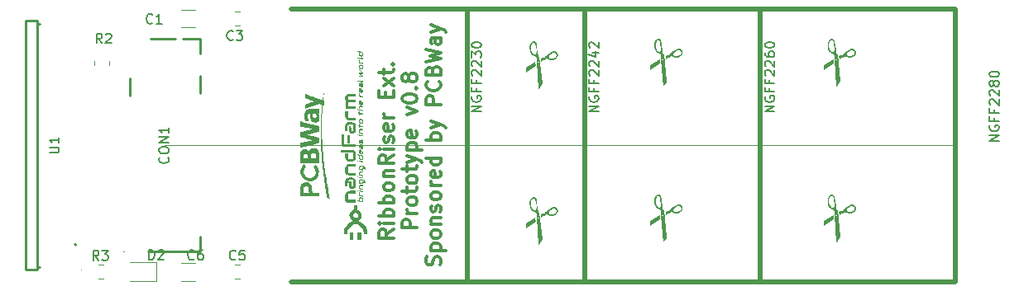
<source format=gbr>
%TF.GenerationSoftware,KiCad,Pcbnew,8.0.7*%
%TF.CreationDate,2025-04-01T17:50:48+03:00*%
%TF.ProjectId,RibbonExtentionCard,52696262-6f6e-4457-9874-656e74696f6e,rev?*%
%TF.SameCoordinates,Original*%
%TF.FileFunction,Legend,Top*%
%TF.FilePolarity,Positive*%
%FSLAX46Y46*%
G04 Gerber Fmt 4.6, Leading zero omitted, Abs format (unit mm)*
G04 Created by KiCad (PCBNEW 8.0.7) date 2025-04-01 17:50:48*
%MOMM*%
%LPD*%
G01*
G04 APERTURE LIST*
%ADD10C,0.300000*%
%ADD11C,0.100000*%
%ADD12C,0.500000*%
%ADD13C,0.150000*%
%ADD14C,0.000000*%
%ADD15C,0.120000*%
%ADD16C,0.254000*%
%ADD17C,0.200000*%
%ADD18C,0.059995*%
G04 APERTURE END LIST*
D10*
X120450996Y-81652857D02*
X119736710Y-82152857D01*
X120450996Y-82510000D02*
X118950996Y-82510000D01*
X118950996Y-82510000D02*
X118950996Y-81938571D01*
X118950996Y-81938571D02*
X119022425Y-81795714D01*
X119022425Y-81795714D02*
X119093853Y-81724285D01*
X119093853Y-81724285D02*
X119236710Y-81652857D01*
X119236710Y-81652857D02*
X119450996Y-81652857D01*
X119450996Y-81652857D02*
X119593853Y-81724285D01*
X119593853Y-81724285D02*
X119665282Y-81795714D01*
X119665282Y-81795714D02*
X119736710Y-81938571D01*
X119736710Y-81938571D02*
X119736710Y-82510000D01*
X120450996Y-81010000D02*
X119450996Y-81010000D01*
X118950996Y-81010000D02*
X119022425Y-81081428D01*
X119022425Y-81081428D02*
X119093853Y-81010000D01*
X119093853Y-81010000D02*
X119022425Y-80938571D01*
X119022425Y-80938571D02*
X118950996Y-81010000D01*
X118950996Y-81010000D02*
X119093853Y-81010000D01*
X120450996Y-80295714D02*
X118950996Y-80295714D01*
X119522425Y-80295714D02*
X119450996Y-80152857D01*
X119450996Y-80152857D02*
X119450996Y-79867142D01*
X119450996Y-79867142D02*
X119522425Y-79724285D01*
X119522425Y-79724285D02*
X119593853Y-79652857D01*
X119593853Y-79652857D02*
X119736710Y-79581428D01*
X119736710Y-79581428D02*
X120165282Y-79581428D01*
X120165282Y-79581428D02*
X120308139Y-79652857D01*
X120308139Y-79652857D02*
X120379568Y-79724285D01*
X120379568Y-79724285D02*
X120450996Y-79867142D01*
X120450996Y-79867142D02*
X120450996Y-80152857D01*
X120450996Y-80152857D02*
X120379568Y-80295714D01*
X120450996Y-78938571D02*
X118950996Y-78938571D01*
X119522425Y-78938571D02*
X119450996Y-78795714D01*
X119450996Y-78795714D02*
X119450996Y-78509999D01*
X119450996Y-78509999D02*
X119522425Y-78367142D01*
X119522425Y-78367142D02*
X119593853Y-78295714D01*
X119593853Y-78295714D02*
X119736710Y-78224285D01*
X119736710Y-78224285D02*
X120165282Y-78224285D01*
X120165282Y-78224285D02*
X120308139Y-78295714D01*
X120308139Y-78295714D02*
X120379568Y-78367142D01*
X120379568Y-78367142D02*
X120450996Y-78509999D01*
X120450996Y-78509999D02*
X120450996Y-78795714D01*
X120450996Y-78795714D02*
X120379568Y-78938571D01*
X120450996Y-77367142D02*
X120379568Y-77509999D01*
X120379568Y-77509999D02*
X120308139Y-77581428D01*
X120308139Y-77581428D02*
X120165282Y-77652856D01*
X120165282Y-77652856D02*
X119736710Y-77652856D01*
X119736710Y-77652856D02*
X119593853Y-77581428D01*
X119593853Y-77581428D02*
X119522425Y-77509999D01*
X119522425Y-77509999D02*
X119450996Y-77367142D01*
X119450996Y-77367142D02*
X119450996Y-77152856D01*
X119450996Y-77152856D02*
X119522425Y-77009999D01*
X119522425Y-77009999D02*
X119593853Y-76938571D01*
X119593853Y-76938571D02*
X119736710Y-76867142D01*
X119736710Y-76867142D02*
X120165282Y-76867142D01*
X120165282Y-76867142D02*
X120308139Y-76938571D01*
X120308139Y-76938571D02*
X120379568Y-77009999D01*
X120379568Y-77009999D02*
X120450996Y-77152856D01*
X120450996Y-77152856D02*
X120450996Y-77367142D01*
X119450996Y-76224285D02*
X120450996Y-76224285D01*
X119593853Y-76224285D02*
X119522425Y-76152856D01*
X119522425Y-76152856D02*
X119450996Y-76009999D01*
X119450996Y-76009999D02*
X119450996Y-75795713D01*
X119450996Y-75795713D02*
X119522425Y-75652856D01*
X119522425Y-75652856D02*
X119665282Y-75581428D01*
X119665282Y-75581428D02*
X120450996Y-75581428D01*
X120450996Y-74009999D02*
X119736710Y-74509999D01*
X120450996Y-74867142D02*
X118950996Y-74867142D01*
X118950996Y-74867142D02*
X118950996Y-74295713D01*
X118950996Y-74295713D02*
X119022425Y-74152856D01*
X119022425Y-74152856D02*
X119093853Y-74081427D01*
X119093853Y-74081427D02*
X119236710Y-74009999D01*
X119236710Y-74009999D02*
X119450996Y-74009999D01*
X119450996Y-74009999D02*
X119593853Y-74081427D01*
X119593853Y-74081427D02*
X119665282Y-74152856D01*
X119665282Y-74152856D02*
X119736710Y-74295713D01*
X119736710Y-74295713D02*
X119736710Y-74867142D01*
X120450996Y-73367142D02*
X119450996Y-73367142D01*
X118950996Y-73367142D02*
X119022425Y-73438570D01*
X119022425Y-73438570D02*
X119093853Y-73367142D01*
X119093853Y-73367142D02*
X119022425Y-73295713D01*
X119022425Y-73295713D02*
X118950996Y-73367142D01*
X118950996Y-73367142D02*
X119093853Y-73367142D01*
X120379568Y-72724284D02*
X120450996Y-72581427D01*
X120450996Y-72581427D02*
X120450996Y-72295713D01*
X120450996Y-72295713D02*
X120379568Y-72152856D01*
X120379568Y-72152856D02*
X120236710Y-72081427D01*
X120236710Y-72081427D02*
X120165282Y-72081427D01*
X120165282Y-72081427D02*
X120022425Y-72152856D01*
X120022425Y-72152856D02*
X119950996Y-72295713D01*
X119950996Y-72295713D02*
X119950996Y-72509999D01*
X119950996Y-72509999D02*
X119879568Y-72652856D01*
X119879568Y-72652856D02*
X119736710Y-72724284D01*
X119736710Y-72724284D02*
X119665282Y-72724284D01*
X119665282Y-72724284D02*
X119522425Y-72652856D01*
X119522425Y-72652856D02*
X119450996Y-72509999D01*
X119450996Y-72509999D02*
X119450996Y-72295713D01*
X119450996Y-72295713D02*
X119522425Y-72152856D01*
X120379568Y-70867141D02*
X120450996Y-71009998D01*
X120450996Y-71009998D02*
X120450996Y-71295713D01*
X120450996Y-71295713D02*
X120379568Y-71438570D01*
X120379568Y-71438570D02*
X120236710Y-71509998D01*
X120236710Y-71509998D02*
X119665282Y-71509998D01*
X119665282Y-71509998D02*
X119522425Y-71438570D01*
X119522425Y-71438570D02*
X119450996Y-71295713D01*
X119450996Y-71295713D02*
X119450996Y-71009998D01*
X119450996Y-71009998D02*
X119522425Y-70867141D01*
X119522425Y-70867141D02*
X119665282Y-70795713D01*
X119665282Y-70795713D02*
X119808139Y-70795713D01*
X119808139Y-70795713D02*
X119950996Y-71509998D01*
X120450996Y-70152856D02*
X119450996Y-70152856D01*
X119736710Y-70152856D02*
X119593853Y-70081427D01*
X119593853Y-70081427D02*
X119522425Y-70009999D01*
X119522425Y-70009999D02*
X119450996Y-69867141D01*
X119450996Y-69867141D02*
X119450996Y-69724284D01*
X119665282Y-68081428D02*
X119665282Y-67581428D01*
X120450996Y-67367142D02*
X120450996Y-68081428D01*
X120450996Y-68081428D02*
X118950996Y-68081428D01*
X118950996Y-68081428D02*
X118950996Y-67367142D01*
X120450996Y-66867142D02*
X119450996Y-66081428D01*
X119450996Y-66867142D02*
X120450996Y-66081428D01*
X119450996Y-65724284D02*
X119450996Y-65152856D01*
X118950996Y-65509999D02*
X120236710Y-65509999D01*
X120236710Y-65509999D02*
X120379568Y-65438570D01*
X120379568Y-65438570D02*
X120450996Y-65295713D01*
X120450996Y-65295713D02*
X120450996Y-65152856D01*
X120308139Y-64652856D02*
X120379568Y-64581427D01*
X120379568Y-64581427D02*
X120450996Y-64652856D01*
X120450996Y-64652856D02*
X120379568Y-64724284D01*
X120379568Y-64724284D02*
X120308139Y-64652856D01*
X120308139Y-64652856D02*
X120450996Y-64652856D01*
X122865912Y-81474285D02*
X121365912Y-81474285D01*
X121365912Y-81474285D02*
X121365912Y-80902856D01*
X121365912Y-80902856D02*
X121437341Y-80759999D01*
X121437341Y-80759999D02*
X121508769Y-80688570D01*
X121508769Y-80688570D02*
X121651626Y-80617142D01*
X121651626Y-80617142D02*
X121865912Y-80617142D01*
X121865912Y-80617142D02*
X122008769Y-80688570D01*
X122008769Y-80688570D02*
X122080198Y-80759999D01*
X122080198Y-80759999D02*
X122151626Y-80902856D01*
X122151626Y-80902856D02*
X122151626Y-81474285D01*
X122865912Y-79974285D02*
X121865912Y-79974285D01*
X122151626Y-79974285D02*
X122008769Y-79902856D01*
X122008769Y-79902856D02*
X121937341Y-79831428D01*
X121937341Y-79831428D02*
X121865912Y-79688570D01*
X121865912Y-79688570D02*
X121865912Y-79545713D01*
X122865912Y-78831428D02*
X122794484Y-78974285D01*
X122794484Y-78974285D02*
X122723055Y-79045714D01*
X122723055Y-79045714D02*
X122580198Y-79117142D01*
X122580198Y-79117142D02*
X122151626Y-79117142D01*
X122151626Y-79117142D02*
X122008769Y-79045714D01*
X122008769Y-79045714D02*
X121937341Y-78974285D01*
X121937341Y-78974285D02*
X121865912Y-78831428D01*
X121865912Y-78831428D02*
X121865912Y-78617142D01*
X121865912Y-78617142D02*
X121937341Y-78474285D01*
X121937341Y-78474285D02*
X122008769Y-78402857D01*
X122008769Y-78402857D02*
X122151626Y-78331428D01*
X122151626Y-78331428D02*
X122580198Y-78331428D01*
X122580198Y-78331428D02*
X122723055Y-78402857D01*
X122723055Y-78402857D02*
X122794484Y-78474285D01*
X122794484Y-78474285D02*
X122865912Y-78617142D01*
X122865912Y-78617142D02*
X122865912Y-78831428D01*
X121865912Y-77902856D02*
X121865912Y-77331428D01*
X121365912Y-77688571D02*
X122651626Y-77688571D01*
X122651626Y-77688571D02*
X122794484Y-77617142D01*
X122794484Y-77617142D02*
X122865912Y-77474285D01*
X122865912Y-77474285D02*
X122865912Y-77331428D01*
X122865912Y-76617142D02*
X122794484Y-76759999D01*
X122794484Y-76759999D02*
X122723055Y-76831428D01*
X122723055Y-76831428D02*
X122580198Y-76902856D01*
X122580198Y-76902856D02*
X122151626Y-76902856D01*
X122151626Y-76902856D02*
X122008769Y-76831428D01*
X122008769Y-76831428D02*
X121937341Y-76759999D01*
X121937341Y-76759999D02*
X121865912Y-76617142D01*
X121865912Y-76617142D02*
X121865912Y-76402856D01*
X121865912Y-76402856D02*
X121937341Y-76259999D01*
X121937341Y-76259999D02*
X122008769Y-76188571D01*
X122008769Y-76188571D02*
X122151626Y-76117142D01*
X122151626Y-76117142D02*
X122580198Y-76117142D01*
X122580198Y-76117142D02*
X122723055Y-76188571D01*
X122723055Y-76188571D02*
X122794484Y-76259999D01*
X122794484Y-76259999D02*
X122865912Y-76402856D01*
X122865912Y-76402856D02*
X122865912Y-76617142D01*
X121865912Y-75688570D02*
X121865912Y-75117142D01*
X121365912Y-75474285D02*
X122651626Y-75474285D01*
X122651626Y-75474285D02*
X122794484Y-75402856D01*
X122794484Y-75402856D02*
X122865912Y-75259999D01*
X122865912Y-75259999D02*
X122865912Y-75117142D01*
X121865912Y-74759999D02*
X122865912Y-74402856D01*
X121865912Y-74045713D02*
X122865912Y-74402856D01*
X122865912Y-74402856D02*
X123223055Y-74545713D01*
X123223055Y-74545713D02*
X123294484Y-74617142D01*
X123294484Y-74617142D02*
X123365912Y-74759999D01*
X121865912Y-73474285D02*
X123365912Y-73474285D01*
X121937341Y-73474285D02*
X121865912Y-73331428D01*
X121865912Y-73331428D02*
X121865912Y-73045713D01*
X121865912Y-73045713D02*
X121937341Y-72902856D01*
X121937341Y-72902856D02*
X122008769Y-72831428D01*
X122008769Y-72831428D02*
X122151626Y-72759999D01*
X122151626Y-72759999D02*
X122580198Y-72759999D01*
X122580198Y-72759999D02*
X122723055Y-72831428D01*
X122723055Y-72831428D02*
X122794484Y-72902856D01*
X122794484Y-72902856D02*
X122865912Y-73045713D01*
X122865912Y-73045713D02*
X122865912Y-73331428D01*
X122865912Y-73331428D02*
X122794484Y-73474285D01*
X122794484Y-71545713D02*
X122865912Y-71688570D01*
X122865912Y-71688570D02*
X122865912Y-71974285D01*
X122865912Y-71974285D02*
X122794484Y-72117142D01*
X122794484Y-72117142D02*
X122651626Y-72188570D01*
X122651626Y-72188570D02*
X122080198Y-72188570D01*
X122080198Y-72188570D02*
X121937341Y-72117142D01*
X121937341Y-72117142D02*
X121865912Y-71974285D01*
X121865912Y-71974285D02*
X121865912Y-71688570D01*
X121865912Y-71688570D02*
X121937341Y-71545713D01*
X121937341Y-71545713D02*
X122080198Y-71474285D01*
X122080198Y-71474285D02*
X122223055Y-71474285D01*
X122223055Y-71474285D02*
X122365912Y-72188570D01*
X121865912Y-69831428D02*
X122865912Y-69474285D01*
X122865912Y-69474285D02*
X121865912Y-69117142D01*
X121365912Y-68259999D02*
X121365912Y-68117142D01*
X121365912Y-68117142D02*
X121437341Y-67974285D01*
X121437341Y-67974285D02*
X121508769Y-67902857D01*
X121508769Y-67902857D02*
X121651626Y-67831428D01*
X121651626Y-67831428D02*
X121937341Y-67759999D01*
X121937341Y-67759999D02*
X122294484Y-67759999D01*
X122294484Y-67759999D02*
X122580198Y-67831428D01*
X122580198Y-67831428D02*
X122723055Y-67902857D01*
X122723055Y-67902857D02*
X122794484Y-67974285D01*
X122794484Y-67974285D02*
X122865912Y-68117142D01*
X122865912Y-68117142D02*
X122865912Y-68259999D01*
X122865912Y-68259999D02*
X122794484Y-68402857D01*
X122794484Y-68402857D02*
X122723055Y-68474285D01*
X122723055Y-68474285D02*
X122580198Y-68545714D01*
X122580198Y-68545714D02*
X122294484Y-68617142D01*
X122294484Y-68617142D02*
X121937341Y-68617142D01*
X121937341Y-68617142D02*
X121651626Y-68545714D01*
X121651626Y-68545714D02*
X121508769Y-68474285D01*
X121508769Y-68474285D02*
X121437341Y-68402857D01*
X121437341Y-68402857D02*
X121365912Y-68259999D01*
X122723055Y-67117143D02*
X122794484Y-67045714D01*
X122794484Y-67045714D02*
X122865912Y-67117143D01*
X122865912Y-67117143D02*
X122794484Y-67188571D01*
X122794484Y-67188571D02*
X122723055Y-67117143D01*
X122723055Y-67117143D02*
X122865912Y-67117143D01*
X122008769Y-66188571D02*
X121937341Y-66331428D01*
X121937341Y-66331428D02*
X121865912Y-66402857D01*
X121865912Y-66402857D02*
X121723055Y-66474285D01*
X121723055Y-66474285D02*
X121651626Y-66474285D01*
X121651626Y-66474285D02*
X121508769Y-66402857D01*
X121508769Y-66402857D02*
X121437341Y-66331428D01*
X121437341Y-66331428D02*
X121365912Y-66188571D01*
X121365912Y-66188571D02*
X121365912Y-65902857D01*
X121365912Y-65902857D02*
X121437341Y-65760000D01*
X121437341Y-65760000D02*
X121508769Y-65688571D01*
X121508769Y-65688571D02*
X121651626Y-65617142D01*
X121651626Y-65617142D02*
X121723055Y-65617142D01*
X121723055Y-65617142D02*
X121865912Y-65688571D01*
X121865912Y-65688571D02*
X121937341Y-65760000D01*
X121937341Y-65760000D02*
X122008769Y-65902857D01*
X122008769Y-65902857D02*
X122008769Y-66188571D01*
X122008769Y-66188571D02*
X122080198Y-66331428D01*
X122080198Y-66331428D02*
X122151626Y-66402857D01*
X122151626Y-66402857D02*
X122294484Y-66474285D01*
X122294484Y-66474285D02*
X122580198Y-66474285D01*
X122580198Y-66474285D02*
X122723055Y-66402857D01*
X122723055Y-66402857D02*
X122794484Y-66331428D01*
X122794484Y-66331428D02*
X122865912Y-66188571D01*
X122865912Y-66188571D02*
X122865912Y-65902857D01*
X122865912Y-65902857D02*
X122794484Y-65760000D01*
X122794484Y-65760000D02*
X122723055Y-65688571D01*
X122723055Y-65688571D02*
X122580198Y-65617142D01*
X122580198Y-65617142D02*
X122294484Y-65617142D01*
X122294484Y-65617142D02*
X122151626Y-65688571D01*
X122151626Y-65688571D02*
X122080198Y-65760000D01*
X122080198Y-65760000D02*
X122008769Y-65902857D01*
X125209400Y-85295713D02*
X125280828Y-85081428D01*
X125280828Y-85081428D02*
X125280828Y-84724285D01*
X125280828Y-84724285D02*
X125209400Y-84581428D01*
X125209400Y-84581428D02*
X125137971Y-84509999D01*
X125137971Y-84509999D02*
X124995114Y-84438570D01*
X124995114Y-84438570D02*
X124852257Y-84438570D01*
X124852257Y-84438570D02*
X124709400Y-84509999D01*
X124709400Y-84509999D02*
X124637971Y-84581428D01*
X124637971Y-84581428D02*
X124566542Y-84724285D01*
X124566542Y-84724285D02*
X124495114Y-85009999D01*
X124495114Y-85009999D02*
X124423685Y-85152856D01*
X124423685Y-85152856D02*
X124352257Y-85224285D01*
X124352257Y-85224285D02*
X124209400Y-85295713D01*
X124209400Y-85295713D02*
X124066542Y-85295713D01*
X124066542Y-85295713D02*
X123923685Y-85224285D01*
X123923685Y-85224285D02*
X123852257Y-85152856D01*
X123852257Y-85152856D02*
X123780828Y-85009999D01*
X123780828Y-85009999D02*
X123780828Y-84652856D01*
X123780828Y-84652856D02*
X123852257Y-84438570D01*
X124280828Y-83795714D02*
X125780828Y-83795714D01*
X124352257Y-83795714D02*
X124280828Y-83652857D01*
X124280828Y-83652857D02*
X124280828Y-83367142D01*
X124280828Y-83367142D02*
X124352257Y-83224285D01*
X124352257Y-83224285D02*
X124423685Y-83152857D01*
X124423685Y-83152857D02*
X124566542Y-83081428D01*
X124566542Y-83081428D02*
X124995114Y-83081428D01*
X124995114Y-83081428D02*
X125137971Y-83152857D01*
X125137971Y-83152857D02*
X125209400Y-83224285D01*
X125209400Y-83224285D02*
X125280828Y-83367142D01*
X125280828Y-83367142D02*
X125280828Y-83652857D01*
X125280828Y-83652857D02*
X125209400Y-83795714D01*
X125280828Y-82224285D02*
X125209400Y-82367142D01*
X125209400Y-82367142D02*
X125137971Y-82438571D01*
X125137971Y-82438571D02*
X124995114Y-82509999D01*
X124995114Y-82509999D02*
X124566542Y-82509999D01*
X124566542Y-82509999D02*
X124423685Y-82438571D01*
X124423685Y-82438571D02*
X124352257Y-82367142D01*
X124352257Y-82367142D02*
X124280828Y-82224285D01*
X124280828Y-82224285D02*
X124280828Y-82009999D01*
X124280828Y-82009999D02*
X124352257Y-81867142D01*
X124352257Y-81867142D02*
X124423685Y-81795714D01*
X124423685Y-81795714D02*
X124566542Y-81724285D01*
X124566542Y-81724285D02*
X124995114Y-81724285D01*
X124995114Y-81724285D02*
X125137971Y-81795714D01*
X125137971Y-81795714D02*
X125209400Y-81867142D01*
X125209400Y-81867142D02*
X125280828Y-82009999D01*
X125280828Y-82009999D02*
X125280828Y-82224285D01*
X124280828Y-81081428D02*
X125280828Y-81081428D01*
X124423685Y-81081428D02*
X124352257Y-81009999D01*
X124352257Y-81009999D02*
X124280828Y-80867142D01*
X124280828Y-80867142D02*
X124280828Y-80652856D01*
X124280828Y-80652856D02*
X124352257Y-80509999D01*
X124352257Y-80509999D02*
X124495114Y-80438571D01*
X124495114Y-80438571D02*
X125280828Y-80438571D01*
X125209400Y-79795713D02*
X125280828Y-79652856D01*
X125280828Y-79652856D02*
X125280828Y-79367142D01*
X125280828Y-79367142D02*
X125209400Y-79224285D01*
X125209400Y-79224285D02*
X125066542Y-79152856D01*
X125066542Y-79152856D02*
X124995114Y-79152856D01*
X124995114Y-79152856D02*
X124852257Y-79224285D01*
X124852257Y-79224285D02*
X124780828Y-79367142D01*
X124780828Y-79367142D02*
X124780828Y-79581428D01*
X124780828Y-79581428D02*
X124709400Y-79724285D01*
X124709400Y-79724285D02*
X124566542Y-79795713D01*
X124566542Y-79795713D02*
X124495114Y-79795713D01*
X124495114Y-79795713D02*
X124352257Y-79724285D01*
X124352257Y-79724285D02*
X124280828Y-79581428D01*
X124280828Y-79581428D02*
X124280828Y-79367142D01*
X124280828Y-79367142D02*
X124352257Y-79224285D01*
X125280828Y-78295713D02*
X125209400Y-78438570D01*
X125209400Y-78438570D02*
X125137971Y-78509999D01*
X125137971Y-78509999D02*
X124995114Y-78581427D01*
X124995114Y-78581427D02*
X124566542Y-78581427D01*
X124566542Y-78581427D02*
X124423685Y-78509999D01*
X124423685Y-78509999D02*
X124352257Y-78438570D01*
X124352257Y-78438570D02*
X124280828Y-78295713D01*
X124280828Y-78295713D02*
X124280828Y-78081427D01*
X124280828Y-78081427D02*
X124352257Y-77938570D01*
X124352257Y-77938570D02*
X124423685Y-77867142D01*
X124423685Y-77867142D02*
X124566542Y-77795713D01*
X124566542Y-77795713D02*
X124995114Y-77795713D01*
X124995114Y-77795713D02*
X125137971Y-77867142D01*
X125137971Y-77867142D02*
X125209400Y-77938570D01*
X125209400Y-77938570D02*
X125280828Y-78081427D01*
X125280828Y-78081427D02*
X125280828Y-78295713D01*
X125280828Y-77152856D02*
X124280828Y-77152856D01*
X124566542Y-77152856D02*
X124423685Y-77081427D01*
X124423685Y-77081427D02*
X124352257Y-77009999D01*
X124352257Y-77009999D02*
X124280828Y-76867141D01*
X124280828Y-76867141D02*
X124280828Y-76724284D01*
X125209400Y-75652856D02*
X125280828Y-75795713D01*
X125280828Y-75795713D02*
X125280828Y-76081428D01*
X125280828Y-76081428D02*
X125209400Y-76224285D01*
X125209400Y-76224285D02*
X125066542Y-76295713D01*
X125066542Y-76295713D02*
X124495114Y-76295713D01*
X124495114Y-76295713D02*
X124352257Y-76224285D01*
X124352257Y-76224285D02*
X124280828Y-76081428D01*
X124280828Y-76081428D02*
X124280828Y-75795713D01*
X124280828Y-75795713D02*
X124352257Y-75652856D01*
X124352257Y-75652856D02*
X124495114Y-75581428D01*
X124495114Y-75581428D02*
X124637971Y-75581428D01*
X124637971Y-75581428D02*
X124780828Y-76295713D01*
X125280828Y-74295714D02*
X123780828Y-74295714D01*
X125209400Y-74295714D02*
X125280828Y-74438571D01*
X125280828Y-74438571D02*
X125280828Y-74724285D01*
X125280828Y-74724285D02*
X125209400Y-74867142D01*
X125209400Y-74867142D02*
X125137971Y-74938571D01*
X125137971Y-74938571D02*
X124995114Y-75009999D01*
X124995114Y-75009999D02*
X124566542Y-75009999D01*
X124566542Y-75009999D02*
X124423685Y-74938571D01*
X124423685Y-74938571D02*
X124352257Y-74867142D01*
X124352257Y-74867142D02*
X124280828Y-74724285D01*
X124280828Y-74724285D02*
X124280828Y-74438571D01*
X124280828Y-74438571D02*
X124352257Y-74295714D01*
X125280828Y-72438571D02*
X123780828Y-72438571D01*
X124352257Y-72438571D02*
X124280828Y-72295714D01*
X124280828Y-72295714D02*
X124280828Y-72009999D01*
X124280828Y-72009999D02*
X124352257Y-71867142D01*
X124352257Y-71867142D02*
X124423685Y-71795714D01*
X124423685Y-71795714D02*
X124566542Y-71724285D01*
X124566542Y-71724285D02*
X124995114Y-71724285D01*
X124995114Y-71724285D02*
X125137971Y-71795714D01*
X125137971Y-71795714D02*
X125209400Y-71867142D01*
X125209400Y-71867142D02*
X125280828Y-72009999D01*
X125280828Y-72009999D02*
X125280828Y-72295714D01*
X125280828Y-72295714D02*
X125209400Y-72438571D01*
X124280828Y-71224285D02*
X125280828Y-70867142D01*
X124280828Y-70509999D02*
X125280828Y-70867142D01*
X125280828Y-70867142D02*
X125637971Y-71009999D01*
X125637971Y-71009999D02*
X125709400Y-71081428D01*
X125709400Y-71081428D02*
X125780828Y-71224285D01*
X125280828Y-68795714D02*
X123780828Y-68795714D01*
X123780828Y-68795714D02*
X123780828Y-68224285D01*
X123780828Y-68224285D02*
X123852257Y-68081428D01*
X123852257Y-68081428D02*
X123923685Y-68009999D01*
X123923685Y-68009999D02*
X124066542Y-67938571D01*
X124066542Y-67938571D02*
X124280828Y-67938571D01*
X124280828Y-67938571D02*
X124423685Y-68009999D01*
X124423685Y-68009999D02*
X124495114Y-68081428D01*
X124495114Y-68081428D02*
X124566542Y-68224285D01*
X124566542Y-68224285D02*
X124566542Y-68795714D01*
X125137971Y-66438571D02*
X125209400Y-66509999D01*
X125209400Y-66509999D02*
X125280828Y-66724285D01*
X125280828Y-66724285D02*
X125280828Y-66867142D01*
X125280828Y-66867142D02*
X125209400Y-67081428D01*
X125209400Y-67081428D02*
X125066542Y-67224285D01*
X125066542Y-67224285D02*
X124923685Y-67295714D01*
X124923685Y-67295714D02*
X124637971Y-67367142D01*
X124637971Y-67367142D02*
X124423685Y-67367142D01*
X124423685Y-67367142D02*
X124137971Y-67295714D01*
X124137971Y-67295714D02*
X123995114Y-67224285D01*
X123995114Y-67224285D02*
X123852257Y-67081428D01*
X123852257Y-67081428D02*
X123780828Y-66867142D01*
X123780828Y-66867142D02*
X123780828Y-66724285D01*
X123780828Y-66724285D02*
X123852257Y-66509999D01*
X123852257Y-66509999D02*
X123923685Y-66438571D01*
X124495114Y-65295714D02*
X124566542Y-65081428D01*
X124566542Y-65081428D02*
X124637971Y-65009999D01*
X124637971Y-65009999D02*
X124780828Y-64938571D01*
X124780828Y-64938571D02*
X124995114Y-64938571D01*
X124995114Y-64938571D02*
X125137971Y-65009999D01*
X125137971Y-65009999D02*
X125209400Y-65081428D01*
X125209400Y-65081428D02*
X125280828Y-65224285D01*
X125280828Y-65224285D02*
X125280828Y-65795714D01*
X125280828Y-65795714D02*
X123780828Y-65795714D01*
X123780828Y-65795714D02*
X123780828Y-65295714D01*
X123780828Y-65295714D02*
X123852257Y-65152857D01*
X123852257Y-65152857D02*
X123923685Y-65081428D01*
X123923685Y-65081428D02*
X124066542Y-65009999D01*
X124066542Y-65009999D02*
X124209400Y-65009999D01*
X124209400Y-65009999D02*
X124352257Y-65081428D01*
X124352257Y-65081428D02*
X124423685Y-65152857D01*
X124423685Y-65152857D02*
X124495114Y-65295714D01*
X124495114Y-65295714D02*
X124495114Y-65795714D01*
X123780828Y-64438571D02*
X125280828Y-64081428D01*
X125280828Y-64081428D02*
X124209400Y-63795714D01*
X124209400Y-63795714D02*
X125280828Y-63509999D01*
X125280828Y-63509999D02*
X123780828Y-63152857D01*
X125280828Y-61938571D02*
X124495114Y-61938571D01*
X124495114Y-61938571D02*
X124352257Y-62009999D01*
X124352257Y-62009999D02*
X124280828Y-62152856D01*
X124280828Y-62152856D02*
X124280828Y-62438571D01*
X124280828Y-62438571D02*
X124352257Y-62581428D01*
X125209400Y-61938571D02*
X125280828Y-62081428D01*
X125280828Y-62081428D02*
X125280828Y-62438571D01*
X125280828Y-62438571D02*
X125209400Y-62581428D01*
X125209400Y-62581428D02*
X125066542Y-62652856D01*
X125066542Y-62652856D02*
X124923685Y-62652856D01*
X124923685Y-62652856D02*
X124780828Y-62581428D01*
X124780828Y-62581428D02*
X124709400Y-62438571D01*
X124709400Y-62438571D02*
X124709400Y-62081428D01*
X124709400Y-62081428D02*
X124637971Y-61938571D01*
X124280828Y-61367142D02*
X125280828Y-61009999D01*
X124280828Y-60652856D02*
X125280828Y-61009999D01*
X125280828Y-61009999D02*
X125637971Y-61152856D01*
X125637971Y-61152856D02*
X125709400Y-61224285D01*
X125709400Y-61224285D02*
X125780828Y-61367142D01*
D11*
X97000000Y-73000000D02*
X178000000Y-73000000D01*
D12*
X140000000Y-59000000D02*
X140000000Y-87000000D01*
X110000000Y-59000000D02*
X178000000Y-59000000D01*
X178000000Y-59000000D02*
X178000000Y-87000000D01*
X110000000Y-87000000D02*
X178000000Y-87000000D01*
X128000000Y-59000000D02*
X128000000Y-87000000D01*
X158000000Y-59000000D02*
X158000000Y-87000000D01*
D13*
G36*
X134968803Y-62335834D02*
G01*
X135055603Y-62414724D01*
X135114594Y-62559345D01*
X135146393Y-62717381D01*
X135159651Y-62822121D01*
X135244647Y-63588555D01*
X135266263Y-63736749D01*
X135293007Y-63822295D01*
X135409511Y-63899965D01*
X135697473Y-66630844D01*
X135636153Y-66777710D01*
X135550378Y-66919356D01*
X135455264Y-67039013D01*
X135341427Y-67154673D01*
X135305464Y-67186985D01*
X135103883Y-64435589D01*
X135182365Y-64435589D01*
X135279818Y-64528646D01*
X135369944Y-64419469D01*
X135273956Y-64326413D01*
X135182365Y-64435589D01*
X135103883Y-64435589D01*
X135096636Y-64336671D01*
X135088576Y-64206978D01*
X135088576Y-64159351D01*
X135088576Y-64110258D01*
X135088576Y-64054570D01*
X135038498Y-63911628D01*
X134930307Y-63839881D01*
X134879748Y-63819364D01*
X134737263Y-63748474D01*
X134618928Y-63655331D01*
X134524743Y-63539933D01*
X134454708Y-63402282D01*
X134408824Y-63242377D01*
X134387089Y-63060218D01*
X134385157Y-62981123D01*
X134385701Y-62972330D01*
X134525840Y-62972330D01*
X134535752Y-63119967D01*
X134570012Y-63271636D01*
X134628745Y-63410282D01*
X134651137Y-63449337D01*
X134742127Y-63566144D01*
X134871957Y-63644683D01*
X134942763Y-63654501D01*
X135068071Y-63574072D01*
X135088576Y-63448604D01*
X135084180Y-63322575D01*
X135018234Y-62768632D01*
X134988236Y-62618097D01*
X134911754Y-62487633D01*
X134826259Y-62457222D01*
X134684236Y-62515898D01*
X134613035Y-62607431D01*
X134553429Y-62751567D01*
X134527969Y-62907007D01*
X134525840Y-62972330D01*
X134385701Y-62972330D01*
X134394952Y-62822660D01*
X134428812Y-62666440D01*
X134486858Y-62531115D01*
X134508988Y-62494591D01*
X134611238Y-62378946D01*
X134743171Y-62313896D01*
X134823328Y-62304815D01*
X134968803Y-62335834D01*
G37*
G36*
X135024829Y-64817341D02*
G01*
X134010000Y-65500976D01*
X134010000Y-65045952D01*
X134991123Y-64445847D01*
X135024829Y-64817341D01*
G37*
G36*
X137052288Y-63345472D02*
G01*
X137178318Y-63431751D01*
X137264047Y-63560345D01*
X137292512Y-63704193D01*
X137292623Y-63714584D01*
X137265524Y-63870930D01*
X137193070Y-64004109D01*
X137099916Y-64105861D01*
X136974966Y-64198211D01*
X136827107Y-64260290D01*
X136668339Y-64280983D01*
X136518312Y-64254788D01*
X136382658Y-64194929D01*
X136349602Y-64176203D01*
X136307836Y-64151290D01*
X136170568Y-64096963D01*
X136150300Y-64095603D01*
X136010341Y-64147986D01*
X135914361Y-64217236D01*
X135839623Y-64272923D01*
X135572177Y-64452442D01*
X135543600Y-64114654D01*
X135693810Y-64015736D01*
X135751695Y-64021598D01*
X135890112Y-63965543D01*
X135963359Y-63910223D01*
X136354731Y-63910223D01*
X136427660Y-64037889D01*
X136449986Y-64054570D01*
X136590312Y-64114076D01*
X136660279Y-64120516D01*
X136807235Y-64100442D01*
X136942099Y-64040219D01*
X137000265Y-63998883D01*
X137103949Y-63887265D01*
X137151347Y-63746993D01*
X137151939Y-63728506D01*
X137111548Y-63585349D01*
X137080132Y-63545324D01*
X136950491Y-63472767D01*
X136907941Y-63469120D01*
X136761055Y-63505103D01*
X136632266Y-63581176D01*
X136611186Y-63596615D01*
X136524724Y-63666957D01*
X136414660Y-63772853D01*
X136354731Y-63910223D01*
X135963359Y-63910223D01*
X136013468Y-63872378D01*
X136025003Y-63862595D01*
X136385505Y-63559979D01*
X136508614Y-63465190D01*
X136642268Y-63385369D01*
X136783652Y-63331917D01*
X136901346Y-63316713D01*
X137052288Y-63345472D01*
G37*
G36*
X165468803Y-62085834D02*
G01*
X165555603Y-62164724D01*
X165614594Y-62309345D01*
X165646393Y-62467381D01*
X165659651Y-62572121D01*
X165744647Y-63338555D01*
X165766263Y-63486749D01*
X165793007Y-63572295D01*
X165909511Y-63649965D01*
X166197473Y-66380844D01*
X166136153Y-66527710D01*
X166050378Y-66669356D01*
X165955264Y-66789013D01*
X165841427Y-66904673D01*
X165805464Y-66936985D01*
X165603883Y-64185589D01*
X165682365Y-64185589D01*
X165779818Y-64278646D01*
X165869944Y-64169469D01*
X165773956Y-64076413D01*
X165682365Y-64185589D01*
X165603883Y-64185589D01*
X165596636Y-64086671D01*
X165588576Y-63956978D01*
X165588576Y-63909351D01*
X165588576Y-63860258D01*
X165588576Y-63804570D01*
X165538498Y-63661628D01*
X165430307Y-63589881D01*
X165379748Y-63569364D01*
X165237263Y-63498474D01*
X165118928Y-63405331D01*
X165024743Y-63289933D01*
X164954708Y-63152282D01*
X164908824Y-62992377D01*
X164887089Y-62810218D01*
X164885157Y-62731123D01*
X164885701Y-62722330D01*
X165025840Y-62722330D01*
X165035752Y-62869967D01*
X165070012Y-63021636D01*
X165128745Y-63160282D01*
X165151137Y-63199337D01*
X165242127Y-63316144D01*
X165371957Y-63394683D01*
X165442763Y-63404501D01*
X165568071Y-63324072D01*
X165588576Y-63198604D01*
X165584180Y-63072575D01*
X165518234Y-62518632D01*
X165488236Y-62368097D01*
X165411754Y-62237633D01*
X165326259Y-62207222D01*
X165184236Y-62265898D01*
X165113035Y-62357431D01*
X165053429Y-62501567D01*
X165027969Y-62657007D01*
X165025840Y-62722330D01*
X164885701Y-62722330D01*
X164894952Y-62572660D01*
X164928812Y-62416440D01*
X164986858Y-62281115D01*
X165008988Y-62244591D01*
X165111238Y-62128946D01*
X165243171Y-62063896D01*
X165323328Y-62054815D01*
X165468803Y-62085834D01*
G37*
G36*
X165524829Y-64567341D02*
G01*
X164510000Y-65250976D01*
X164510000Y-64795952D01*
X165491123Y-64195847D01*
X165524829Y-64567341D01*
G37*
G36*
X167552288Y-63095472D02*
G01*
X167678318Y-63181751D01*
X167764047Y-63310345D01*
X167792512Y-63454193D01*
X167792623Y-63464584D01*
X167765524Y-63620930D01*
X167693070Y-63754109D01*
X167599916Y-63855861D01*
X167474966Y-63948211D01*
X167327107Y-64010290D01*
X167168339Y-64030983D01*
X167018312Y-64004788D01*
X166882658Y-63944929D01*
X166849602Y-63926203D01*
X166807836Y-63901290D01*
X166670568Y-63846963D01*
X166650300Y-63845603D01*
X166510341Y-63897986D01*
X166414361Y-63967236D01*
X166339623Y-64022923D01*
X166072177Y-64202442D01*
X166043600Y-63864654D01*
X166193810Y-63765736D01*
X166251695Y-63771598D01*
X166390112Y-63715543D01*
X166463359Y-63660223D01*
X166854731Y-63660223D01*
X166927660Y-63787889D01*
X166949986Y-63804570D01*
X167090312Y-63864076D01*
X167160279Y-63870516D01*
X167307235Y-63850442D01*
X167442099Y-63790219D01*
X167500265Y-63748883D01*
X167603949Y-63637265D01*
X167651347Y-63496993D01*
X167651939Y-63478506D01*
X167611548Y-63335349D01*
X167580132Y-63295324D01*
X167450491Y-63222767D01*
X167407941Y-63219120D01*
X167261055Y-63255103D01*
X167132266Y-63331176D01*
X167111186Y-63346615D01*
X167024724Y-63416957D01*
X166914660Y-63522853D01*
X166854731Y-63660223D01*
X166463359Y-63660223D01*
X166513468Y-63622378D01*
X166525003Y-63612595D01*
X166885505Y-63309979D01*
X167008614Y-63215190D01*
X167142268Y-63135369D01*
X167283652Y-63081917D01*
X167401346Y-63066713D01*
X167552288Y-63095472D01*
G37*
X182454819Y-72547618D02*
X181454819Y-72547618D01*
X181454819Y-72547618D02*
X182454819Y-71976190D01*
X182454819Y-71976190D02*
X181454819Y-71976190D01*
X181502438Y-70976190D02*
X181454819Y-71071428D01*
X181454819Y-71071428D02*
X181454819Y-71214285D01*
X181454819Y-71214285D02*
X181502438Y-71357142D01*
X181502438Y-71357142D02*
X181597676Y-71452380D01*
X181597676Y-71452380D02*
X181692914Y-71499999D01*
X181692914Y-71499999D02*
X181883390Y-71547618D01*
X181883390Y-71547618D02*
X182026247Y-71547618D01*
X182026247Y-71547618D02*
X182216723Y-71499999D01*
X182216723Y-71499999D02*
X182311961Y-71452380D01*
X182311961Y-71452380D02*
X182407200Y-71357142D01*
X182407200Y-71357142D02*
X182454819Y-71214285D01*
X182454819Y-71214285D02*
X182454819Y-71119047D01*
X182454819Y-71119047D02*
X182407200Y-70976190D01*
X182407200Y-70976190D02*
X182359580Y-70928571D01*
X182359580Y-70928571D02*
X182026247Y-70928571D01*
X182026247Y-70928571D02*
X182026247Y-71119047D01*
X181931009Y-70166666D02*
X181931009Y-70499999D01*
X182454819Y-70499999D02*
X181454819Y-70499999D01*
X181454819Y-70499999D02*
X181454819Y-70023809D01*
X181931009Y-69309523D02*
X181931009Y-69642856D01*
X182454819Y-69642856D02*
X181454819Y-69642856D01*
X181454819Y-69642856D02*
X181454819Y-69166666D01*
X181550057Y-68833332D02*
X181502438Y-68785713D01*
X181502438Y-68785713D02*
X181454819Y-68690475D01*
X181454819Y-68690475D02*
X181454819Y-68452380D01*
X181454819Y-68452380D02*
X181502438Y-68357142D01*
X181502438Y-68357142D02*
X181550057Y-68309523D01*
X181550057Y-68309523D02*
X181645295Y-68261904D01*
X181645295Y-68261904D02*
X181740533Y-68261904D01*
X181740533Y-68261904D02*
X181883390Y-68309523D01*
X181883390Y-68309523D02*
X182454819Y-68880951D01*
X182454819Y-68880951D02*
X182454819Y-68261904D01*
X181550057Y-67880951D02*
X181502438Y-67833332D01*
X181502438Y-67833332D02*
X181454819Y-67738094D01*
X181454819Y-67738094D02*
X181454819Y-67499999D01*
X181454819Y-67499999D02*
X181502438Y-67404761D01*
X181502438Y-67404761D02*
X181550057Y-67357142D01*
X181550057Y-67357142D02*
X181645295Y-67309523D01*
X181645295Y-67309523D02*
X181740533Y-67309523D01*
X181740533Y-67309523D02*
X181883390Y-67357142D01*
X181883390Y-67357142D02*
X182454819Y-67928570D01*
X182454819Y-67928570D02*
X182454819Y-67309523D01*
X181883390Y-66738094D02*
X181835771Y-66833332D01*
X181835771Y-66833332D02*
X181788152Y-66880951D01*
X181788152Y-66880951D02*
X181692914Y-66928570D01*
X181692914Y-66928570D02*
X181645295Y-66928570D01*
X181645295Y-66928570D02*
X181550057Y-66880951D01*
X181550057Y-66880951D02*
X181502438Y-66833332D01*
X181502438Y-66833332D02*
X181454819Y-66738094D01*
X181454819Y-66738094D02*
X181454819Y-66547618D01*
X181454819Y-66547618D02*
X181502438Y-66452380D01*
X181502438Y-66452380D02*
X181550057Y-66404761D01*
X181550057Y-66404761D02*
X181645295Y-66357142D01*
X181645295Y-66357142D02*
X181692914Y-66357142D01*
X181692914Y-66357142D02*
X181788152Y-66404761D01*
X181788152Y-66404761D02*
X181835771Y-66452380D01*
X181835771Y-66452380D02*
X181883390Y-66547618D01*
X181883390Y-66547618D02*
X181883390Y-66738094D01*
X181883390Y-66738094D02*
X181931009Y-66833332D01*
X181931009Y-66833332D02*
X181978628Y-66880951D01*
X181978628Y-66880951D02*
X182073866Y-66928570D01*
X182073866Y-66928570D02*
X182264342Y-66928570D01*
X182264342Y-66928570D02*
X182359580Y-66880951D01*
X182359580Y-66880951D02*
X182407200Y-66833332D01*
X182407200Y-66833332D02*
X182454819Y-66738094D01*
X182454819Y-66738094D02*
X182454819Y-66547618D01*
X182454819Y-66547618D02*
X182407200Y-66452380D01*
X182407200Y-66452380D02*
X182359580Y-66404761D01*
X182359580Y-66404761D02*
X182264342Y-66357142D01*
X182264342Y-66357142D02*
X182073866Y-66357142D01*
X182073866Y-66357142D02*
X181978628Y-66404761D01*
X181978628Y-66404761D02*
X181931009Y-66452380D01*
X181931009Y-66452380D02*
X181883390Y-66547618D01*
X181454819Y-65738094D02*
X181454819Y-65642856D01*
X181454819Y-65642856D02*
X181502438Y-65547618D01*
X181502438Y-65547618D02*
X181550057Y-65499999D01*
X181550057Y-65499999D02*
X181645295Y-65452380D01*
X181645295Y-65452380D02*
X181835771Y-65404761D01*
X181835771Y-65404761D02*
X182073866Y-65404761D01*
X182073866Y-65404761D02*
X182264342Y-65452380D01*
X182264342Y-65452380D02*
X182359580Y-65499999D01*
X182359580Y-65499999D02*
X182407200Y-65547618D01*
X182407200Y-65547618D02*
X182454819Y-65642856D01*
X182454819Y-65642856D02*
X182454819Y-65738094D01*
X182454819Y-65738094D02*
X182407200Y-65833332D01*
X182407200Y-65833332D02*
X182359580Y-65880951D01*
X182359580Y-65880951D02*
X182264342Y-65928570D01*
X182264342Y-65928570D02*
X182073866Y-65976189D01*
X182073866Y-65976189D02*
X181835771Y-65976189D01*
X181835771Y-65976189D02*
X181645295Y-65928570D01*
X181645295Y-65928570D02*
X181550057Y-65880951D01*
X181550057Y-65880951D02*
X181502438Y-65833332D01*
X181502438Y-65833332D02*
X181454819Y-65738094D01*
X159454819Y-69547618D02*
X158454819Y-69547618D01*
X158454819Y-69547618D02*
X159454819Y-68976190D01*
X159454819Y-68976190D02*
X158454819Y-68976190D01*
X158502438Y-67976190D02*
X158454819Y-68071428D01*
X158454819Y-68071428D02*
X158454819Y-68214285D01*
X158454819Y-68214285D02*
X158502438Y-68357142D01*
X158502438Y-68357142D02*
X158597676Y-68452380D01*
X158597676Y-68452380D02*
X158692914Y-68499999D01*
X158692914Y-68499999D02*
X158883390Y-68547618D01*
X158883390Y-68547618D02*
X159026247Y-68547618D01*
X159026247Y-68547618D02*
X159216723Y-68499999D01*
X159216723Y-68499999D02*
X159311961Y-68452380D01*
X159311961Y-68452380D02*
X159407200Y-68357142D01*
X159407200Y-68357142D02*
X159454819Y-68214285D01*
X159454819Y-68214285D02*
X159454819Y-68119047D01*
X159454819Y-68119047D02*
X159407200Y-67976190D01*
X159407200Y-67976190D02*
X159359580Y-67928571D01*
X159359580Y-67928571D02*
X159026247Y-67928571D01*
X159026247Y-67928571D02*
X159026247Y-68119047D01*
X158931009Y-67166666D02*
X158931009Y-67499999D01*
X159454819Y-67499999D02*
X158454819Y-67499999D01*
X158454819Y-67499999D02*
X158454819Y-67023809D01*
X158931009Y-66309523D02*
X158931009Y-66642856D01*
X159454819Y-66642856D02*
X158454819Y-66642856D01*
X158454819Y-66642856D02*
X158454819Y-66166666D01*
X158550057Y-65833332D02*
X158502438Y-65785713D01*
X158502438Y-65785713D02*
X158454819Y-65690475D01*
X158454819Y-65690475D02*
X158454819Y-65452380D01*
X158454819Y-65452380D02*
X158502438Y-65357142D01*
X158502438Y-65357142D02*
X158550057Y-65309523D01*
X158550057Y-65309523D02*
X158645295Y-65261904D01*
X158645295Y-65261904D02*
X158740533Y-65261904D01*
X158740533Y-65261904D02*
X158883390Y-65309523D01*
X158883390Y-65309523D02*
X159454819Y-65880951D01*
X159454819Y-65880951D02*
X159454819Y-65261904D01*
X158550057Y-64880951D02*
X158502438Y-64833332D01*
X158502438Y-64833332D02*
X158454819Y-64738094D01*
X158454819Y-64738094D02*
X158454819Y-64499999D01*
X158454819Y-64499999D02*
X158502438Y-64404761D01*
X158502438Y-64404761D02*
X158550057Y-64357142D01*
X158550057Y-64357142D02*
X158645295Y-64309523D01*
X158645295Y-64309523D02*
X158740533Y-64309523D01*
X158740533Y-64309523D02*
X158883390Y-64357142D01*
X158883390Y-64357142D02*
X159454819Y-64928570D01*
X159454819Y-64928570D02*
X159454819Y-64309523D01*
X158454819Y-63452380D02*
X158454819Y-63642856D01*
X158454819Y-63642856D02*
X158502438Y-63738094D01*
X158502438Y-63738094D02*
X158550057Y-63785713D01*
X158550057Y-63785713D02*
X158692914Y-63880951D01*
X158692914Y-63880951D02*
X158883390Y-63928570D01*
X158883390Y-63928570D02*
X159264342Y-63928570D01*
X159264342Y-63928570D02*
X159359580Y-63880951D01*
X159359580Y-63880951D02*
X159407200Y-63833332D01*
X159407200Y-63833332D02*
X159454819Y-63738094D01*
X159454819Y-63738094D02*
X159454819Y-63547618D01*
X159454819Y-63547618D02*
X159407200Y-63452380D01*
X159407200Y-63452380D02*
X159359580Y-63404761D01*
X159359580Y-63404761D02*
X159264342Y-63357142D01*
X159264342Y-63357142D02*
X159026247Y-63357142D01*
X159026247Y-63357142D02*
X158931009Y-63404761D01*
X158931009Y-63404761D02*
X158883390Y-63452380D01*
X158883390Y-63452380D02*
X158835771Y-63547618D01*
X158835771Y-63547618D02*
X158835771Y-63738094D01*
X158835771Y-63738094D02*
X158883390Y-63833332D01*
X158883390Y-63833332D02*
X158931009Y-63880951D01*
X158931009Y-63880951D02*
X159026247Y-63928570D01*
X158454819Y-62738094D02*
X158454819Y-62642856D01*
X158454819Y-62642856D02*
X158502438Y-62547618D01*
X158502438Y-62547618D02*
X158550057Y-62499999D01*
X158550057Y-62499999D02*
X158645295Y-62452380D01*
X158645295Y-62452380D02*
X158835771Y-62404761D01*
X158835771Y-62404761D02*
X159073866Y-62404761D01*
X159073866Y-62404761D02*
X159264342Y-62452380D01*
X159264342Y-62452380D02*
X159359580Y-62499999D01*
X159359580Y-62499999D02*
X159407200Y-62547618D01*
X159407200Y-62547618D02*
X159454819Y-62642856D01*
X159454819Y-62642856D02*
X159454819Y-62738094D01*
X159454819Y-62738094D02*
X159407200Y-62833332D01*
X159407200Y-62833332D02*
X159359580Y-62880951D01*
X159359580Y-62880951D02*
X159264342Y-62928570D01*
X159264342Y-62928570D02*
X159073866Y-62976189D01*
X159073866Y-62976189D02*
X158835771Y-62976189D01*
X158835771Y-62976189D02*
X158645295Y-62928570D01*
X158645295Y-62928570D02*
X158550057Y-62880951D01*
X158550057Y-62880951D02*
X158502438Y-62833332D01*
X158502438Y-62833332D02*
X158454819Y-62738094D01*
G36*
X147718803Y-78085834D02*
G01*
X147805603Y-78164724D01*
X147864594Y-78309345D01*
X147896393Y-78467381D01*
X147909651Y-78572121D01*
X147994647Y-79338555D01*
X148016263Y-79486749D01*
X148043007Y-79572295D01*
X148159511Y-79649965D01*
X148447473Y-82380844D01*
X148386153Y-82527710D01*
X148300378Y-82669356D01*
X148205264Y-82789013D01*
X148091427Y-82904673D01*
X148055464Y-82936985D01*
X147853883Y-80185589D01*
X147932365Y-80185589D01*
X148029818Y-80278646D01*
X148119944Y-80169469D01*
X148023956Y-80076413D01*
X147932365Y-80185589D01*
X147853883Y-80185589D01*
X147846636Y-80086671D01*
X147838576Y-79956978D01*
X147838576Y-79909351D01*
X147838576Y-79860258D01*
X147838576Y-79804570D01*
X147788498Y-79661628D01*
X147680307Y-79589881D01*
X147629748Y-79569364D01*
X147487263Y-79498474D01*
X147368928Y-79405331D01*
X147274743Y-79289933D01*
X147204708Y-79152282D01*
X147158824Y-78992377D01*
X147137089Y-78810218D01*
X147135157Y-78731123D01*
X147135701Y-78722330D01*
X147275840Y-78722330D01*
X147285752Y-78869967D01*
X147320012Y-79021636D01*
X147378745Y-79160282D01*
X147401137Y-79199337D01*
X147492127Y-79316144D01*
X147621957Y-79394683D01*
X147692763Y-79404501D01*
X147818071Y-79324072D01*
X147838576Y-79198604D01*
X147834180Y-79072575D01*
X147768234Y-78518632D01*
X147738236Y-78368097D01*
X147661754Y-78237633D01*
X147576259Y-78207222D01*
X147434236Y-78265898D01*
X147363035Y-78357431D01*
X147303429Y-78501567D01*
X147277969Y-78657007D01*
X147275840Y-78722330D01*
X147135701Y-78722330D01*
X147144952Y-78572660D01*
X147178812Y-78416440D01*
X147236858Y-78281115D01*
X147258988Y-78244591D01*
X147361238Y-78128946D01*
X147493171Y-78063896D01*
X147573328Y-78054815D01*
X147718803Y-78085834D01*
G37*
G36*
X147774829Y-80567341D02*
G01*
X146760000Y-81250976D01*
X146760000Y-80795952D01*
X147741123Y-80195847D01*
X147774829Y-80567341D01*
G37*
G36*
X149802288Y-79095472D02*
G01*
X149928318Y-79181751D01*
X150014047Y-79310345D01*
X150042512Y-79454193D01*
X150042623Y-79464584D01*
X150015524Y-79620930D01*
X149943070Y-79754109D01*
X149849916Y-79855861D01*
X149724966Y-79948211D01*
X149577107Y-80010290D01*
X149418339Y-80030983D01*
X149268312Y-80004788D01*
X149132658Y-79944929D01*
X149099602Y-79926203D01*
X149057836Y-79901290D01*
X148920568Y-79846963D01*
X148900300Y-79845603D01*
X148760341Y-79897986D01*
X148664361Y-79967236D01*
X148589623Y-80022923D01*
X148322177Y-80202442D01*
X148293600Y-79864654D01*
X148443810Y-79765736D01*
X148501695Y-79771598D01*
X148640112Y-79715543D01*
X148713359Y-79660223D01*
X149104731Y-79660223D01*
X149177660Y-79787889D01*
X149199986Y-79804570D01*
X149340312Y-79864076D01*
X149410279Y-79870516D01*
X149557235Y-79850442D01*
X149692099Y-79790219D01*
X149750265Y-79748883D01*
X149853949Y-79637265D01*
X149901347Y-79496993D01*
X149901939Y-79478506D01*
X149861548Y-79335349D01*
X149830132Y-79295324D01*
X149700491Y-79222767D01*
X149657941Y-79219120D01*
X149511055Y-79255103D01*
X149382266Y-79331176D01*
X149361186Y-79346615D01*
X149274724Y-79416957D01*
X149164660Y-79522853D01*
X149104731Y-79660223D01*
X148713359Y-79660223D01*
X148763468Y-79622378D01*
X148775003Y-79612595D01*
X149135505Y-79309979D01*
X149258614Y-79215190D01*
X149392268Y-79135369D01*
X149533652Y-79081917D01*
X149651346Y-79066713D01*
X149802288Y-79095472D01*
G37*
G36*
X165468803Y-78085834D02*
G01*
X165555603Y-78164724D01*
X165614594Y-78309345D01*
X165646393Y-78467381D01*
X165659651Y-78572121D01*
X165744647Y-79338555D01*
X165766263Y-79486749D01*
X165793007Y-79572295D01*
X165909511Y-79649965D01*
X166197473Y-82380844D01*
X166136153Y-82527710D01*
X166050378Y-82669356D01*
X165955264Y-82789013D01*
X165841427Y-82904673D01*
X165805464Y-82936985D01*
X165603883Y-80185589D01*
X165682365Y-80185589D01*
X165779818Y-80278646D01*
X165869944Y-80169469D01*
X165773956Y-80076413D01*
X165682365Y-80185589D01*
X165603883Y-80185589D01*
X165596636Y-80086671D01*
X165588576Y-79956978D01*
X165588576Y-79909351D01*
X165588576Y-79860258D01*
X165588576Y-79804570D01*
X165538498Y-79661628D01*
X165430307Y-79589881D01*
X165379748Y-79569364D01*
X165237263Y-79498474D01*
X165118928Y-79405331D01*
X165024743Y-79289933D01*
X164954708Y-79152282D01*
X164908824Y-78992377D01*
X164887089Y-78810218D01*
X164885157Y-78731123D01*
X164885701Y-78722330D01*
X165025840Y-78722330D01*
X165035752Y-78869967D01*
X165070012Y-79021636D01*
X165128745Y-79160282D01*
X165151137Y-79199337D01*
X165242127Y-79316144D01*
X165371957Y-79394683D01*
X165442763Y-79404501D01*
X165568071Y-79324072D01*
X165588576Y-79198604D01*
X165584180Y-79072575D01*
X165518234Y-78518632D01*
X165488236Y-78368097D01*
X165411754Y-78237633D01*
X165326259Y-78207222D01*
X165184236Y-78265898D01*
X165113035Y-78357431D01*
X165053429Y-78501567D01*
X165027969Y-78657007D01*
X165025840Y-78722330D01*
X164885701Y-78722330D01*
X164894952Y-78572660D01*
X164928812Y-78416440D01*
X164986858Y-78281115D01*
X165008988Y-78244591D01*
X165111238Y-78128946D01*
X165243171Y-78063896D01*
X165323328Y-78054815D01*
X165468803Y-78085834D01*
G37*
G36*
X165524829Y-80567341D02*
G01*
X164510000Y-81250976D01*
X164510000Y-80795952D01*
X165491123Y-80195847D01*
X165524829Y-80567341D01*
G37*
G36*
X167552288Y-79095472D02*
G01*
X167678318Y-79181751D01*
X167764047Y-79310345D01*
X167792512Y-79454193D01*
X167792623Y-79464584D01*
X167765524Y-79620930D01*
X167693070Y-79754109D01*
X167599916Y-79855861D01*
X167474966Y-79948211D01*
X167327107Y-80010290D01*
X167168339Y-80030983D01*
X167018312Y-80004788D01*
X166882658Y-79944929D01*
X166849602Y-79926203D01*
X166807836Y-79901290D01*
X166670568Y-79846963D01*
X166650300Y-79845603D01*
X166510341Y-79897986D01*
X166414361Y-79967236D01*
X166339623Y-80022923D01*
X166072177Y-80202442D01*
X166043600Y-79864654D01*
X166193810Y-79765736D01*
X166251695Y-79771598D01*
X166390112Y-79715543D01*
X166463359Y-79660223D01*
X166854731Y-79660223D01*
X166927660Y-79787889D01*
X166949986Y-79804570D01*
X167090312Y-79864076D01*
X167160279Y-79870516D01*
X167307235Y-79850442D01*
X167442099Y-79790219D01*
X167500265Y-79748883D01*
X167603949Y-79637265D01*
X167651347Y-79496993D01*
X167651939Y-79478506D01*
X167611548Y-79335349D01*
X167580132Y-79295324D01*
X167450491Y-79222767D01*
X167407941Y-79219120D01*
X167261055Y-79255103D01*
X167132266Y-79331176D01*
X167111186Y-79346615D01*
X167024724Y-79416957D01*
X166914660Y-79522853D01*
X166854731Y-79660223D01*
X166463359Y-79660223D01*
X166513468Y-79622378D01*
X166525003Y-79612595D01*
X166885505Y-79309979D01*
X167008614Y-79215190D01*
X167142268Y-79135369D01*
X167283652Y-79081917D01*
X167401346Y-79066713D01*
X167552288Y-79095472D01*
G37*
X129454819Y-69547618D02*
X128454819Y-69547618D01*
X128454819Y-69547618D02*
X129454819Y-68976190D01*
X129454819Y-68976190D02*
X128454819Y-68976190D01*
X128502438Y-67976190D02*
X128454819Y-68071428D01*
X128454819Y-68071428D02*
X128454819Y-68214285D01*
X128454819Y-68214285D02*
X128502438Y-68357142D01*
X128502438Y-68357142D02*
X128597676Y-68452380D01*
X128597676Y-68452380D02*
X128692914Y-68499999D01*
X128692914Y-68499999D02*
X128883390Y-68547618D01*
X128883390Y-68547618D02*
X129026247Y-68547618D01*
X129026247Y-68547618D02*
X129216723Y-68499999D01*
X129216723Y-68499999D02*
X129311961Y-68452380D01*
X129311961Y-68452380D02*
X129407200Y-68357142D01*
X129407200Y-68357142D02*
X129454819Y-68214285D01*
X129454819Y-68214285D02*
X129454819Y-68119047D01*
X129454819Y-68119047D02*
X129407200Y-67976190D01*
X129407200Y-67976190D02*
X129359580Y-67928571D01*
X129359580Y-67928571D02*
X129026247Y-67928571D01*
X129026247Y-67928571D02*
X129026247Y-68119047D01*
X128931009Y-67166666D02*
X128931009Y-67499999D01*
X129454819Y-67499999D02*
X128454819Y-67499999D01*
X128454819Y-67499999D02*
X128454819Y-67023809D01*
X128931009Y-66309523D02*
X128931009Y-66642856D01*
X129454819Y-66642856D02*
X128454819Y-66642856D01*
X128454819Y-66642856D02*
X128454819Y-66166666D01*
X128550057Y-65833332D02*
X128502438Y-65785713D01*
X128502438Y-65785713D02*
X128454819Y-65690475D01*
X128454819Y-65690475D02*
X128454819Y-65452380D01*
X128454819Y-65452380D02*
X128502438Y-65357142D01*
X128502438Y-65357142D02*
X128550057Y-65309523D01*
X128550057Y-65309523D02*
X128645295Y-65261904D01*
X128645295Y-65261904D02*
X128740533Y-65261904D01*
X128740533Y-65261904D02*
X128883390Y-65309523D01*
X128883390Y-65309523D02*
X129454819Y-65880951D01*
X129454819Y-65880951D02*
X129454819Y-65261904D01*
X128550057Y-64880951D02*
X128502438Y-64833332D01*
X128502438Y-64833332D02*
X128454819Y-64738094D01*
X128454819Y-64738094D02*
X128454819Y-64499999D01*
X128454819Y-64499999D02*
X128502438Y-64404761D01*
X128502438Y-64404761D02*
X128550057Y-64357142D01*
X128550057Y-64357142D02*
X128645295Y-64309523D01*
X128645295Y-64309523D02*
X128740533Y-64309523D01*
X128740533Y-64309523D02*
X128883390Y-64357142D01*
X128883390Y-64357142D02*
X129454819Y-64928570D01*
X129454819Y-64928570D02*
X129454819Y-64309523D01*
X128454819Y-63976189D02*
X128454819Y-63357142D01*
X128454819Y-63357142D02*
X128835771Y-63690475D01*
X128835771Y-63690475D02*
X128835771Y-63547618D01*
X128835771Y-63547618D02*
X128883390Y-63452380D01*
X128883390Y-63452380D02*
X128931009Y-63404761D01*
X128931009Y-63404761D02*
X129026247Y-63357142D01*
X129026247Y-63357142D02*
X129264342Y-63357142D01*
X129264342Y-63357142D02*
X129359580Y-63404761D01*
X129359580Y-63404761D02*
X129407200Y-63452380D01*
X129407200Y-63452380D02*
X129454819Y-63547618D01*
X129454819Y-63547618D02*
X129454819Y-63833332D01*
X129454819Y-63833332D02*
X129407200Y-63928570D01*
X129407200Y-63928570D02*
X129359580Y-63976189D01*
X128454819Y-62738094D02*
X128454819Y-62642856D01*
X128454819Y-62642856D02*
X128502438Y-62547618D01*
X128502438Y-62547618D02*
X128550057Y-62499999D01*
X128550057Y-62499999D02*
X128645295Y-62452380D01*
X128645295Y-62452380D02*
X128835771Y-62404761D01*
X128835771Y-62404761D02*
X129073866Y-62404761D01*
X129073866Y-62404761D02*
X129264342Y-62452380D01*
X129264342Y-62452380D02*
X129359580Y-62499999D01*
X129359580Y-62499999D02*
X129407200Y-62547618D01*
X129407200Y-62547618D02*
X129454819Y-62642856D01*
X129454819Y-62642856D02*
X129454819Y-62738094D01*
X129454819Y-62738094D02*
X129407200Y-62833332D01*
X129407200Y-62833332D02*
X129359580Y-62880951D01*
X129359580Y-62880951D02*
X129264342Y-62928570D01*
X129264342Y-62928570D02*
X129073866Y-62976189D01*
X129073866Y-62976189D02*
X128835771Y-62976189D01*
X128835771Y-62976189D02*
X128645295Y-62928570D01*
X128645295Y-62928570D02*
X128550057Y-62880951D01*
X128550057Y-62880951D02*
X128502438Y-62833332D01*
X128502438Y-62833332D02*
X128454819Y-62738094D01*
G36*
X147718803Y-62085834D02*
G01*
X147805603Y-62164724D01*
X147864594Y-62309345D01*
X147896393Y-62467381D01*
X147909651Y-62572121D01*
X147994647Y-63338555D01*
X148016263Y-63486749D01*
X148043007Y-63572295D01*
X148159511Y-63649965D01*
X148447473Y-66380844D01*
X148386153Y-66527710D01*
X148300378Y-66669356D01*
X148205264Y-66789013D01*
X148091427Y-66904673D01*
X148055464Y-66936985D01*
X147853883Y-64185589D01*
X147932365Y-64185589D01*
X148029818Y-64278646D01*
X148119944Y-64169469D01*
X148023956Y-64076413D01*
X147932365Y-64185589D01*
X147853883Y-64185589D01*
X147846636Y-64086671D01*
X147838576Y-63956978D01*
X147838576Y-63909351D01*
X147838576Y-63860258D01*
X147838576Y-63804570D01*
X147788498Y-63661628D01*
X147680307Y-63589881D01*
X147629748Y-63569364D01*
X147487263Y-63498474D01*
X147368928Y-63405331D01*
X147274743Y-63289933D01*
X147204708Y-63152282D01*
X147158824Y-62992377D01*
X147137089Y-62810218D01*
X147135157Y-62731123D01*
X147135701Y-62722330D01*
X147275840Y-62722330D01*
X147285752Y-62869967D01*
X147320012Y-63021636D01*
X147378745Y-63160282D01*
X147401137Y-63199337D01*
X147492127Y-63316144D01*
X147621957Y-63394683D01*
X147692763Y-63404501D01*
X147818071Y-63324072D01*
X147838576Y-63198604D01*
X147834180Y-63072575D01*
X147768234Y-62518632D01*
X147738236Y-62368097D01*
X147661754Y-62237633D01*
X147576259Y-62207222D01*
X147434236Y-62265898D01*
X147363035Y-62357431D01*
X147303429Y-62501567D01*
X147277969Y-62657007D01*
X147275840Y-62722330D01*
X147135701Y-62722330D01*
X147144952Y-62572660D01*
X147178812Y-62416440D01*
X147236858Y-62281115D01*
X147258988Y-62244591D01*
X147361238Y-62128946D01*
X147493171Y-62063896D01*
X147573328Y-62054815D01*
X147718803Y-62085834D01*
G37*
G36*
X147774829Y-64567341D02*
G01*
X146760000Y-65250976D01*
X146760000Y-64795952D01*
X147741123Y-64195847D01*
X147774829Y-64567341D01*
G37*
G36*
X149802288Y-63095472D02*
G01*
X149928318Y-63181751D01*
X150014047Y-63310345D01*
X150042512Y-63454193D01*
X150042623Y-63464584D01*
X150015524Y-63620930D01*
X149943070Y-63754109D01*
X149849916Y-63855861D01*
X149724966Y-63948211D01*
X149577107Y-64010290D01*
X149418339Y-64030983D01*
X149268312Y-64004788D01*
X149132658Y-63944929D01*
X149099602Y-63926203D01*
X149057836Y-63901290D01*
X148920568Y-63846963D01*
X148900300Y-63845603D01*
X148760341Y-63897986D01*
X148664361Y-63967236D01*
X148589623Y-64022923D01*
X148322177Y-64202442D01*
X148293600Y-63864654D01*
X148443810Y-63765736D01*
X148501695Y-63771598D01*
X148640112Y-63715543D01*
X148713359Y-63660223D01*
X149104731Y-63660223D01*
X149177660Y-63787889D01*
X149199986Y-63804570D01*
X149340312Y-63864076D01*
X149410279Y-63870516D01*
X149557235Y-63850442D01*
X149692099Y-63790219D01*
X149750265Y-63748883D01*
X149853949Y-63637265D01*
X149901347Y-63496993D01*
X149901939Y-63478506D01*
X149861548Y-63335349D01*
X149830132Y-63295324D01*
X149700491Y-63222767D01*
X149657941Y-63219120D01*
X149511055Y-63255103D01*
X149382266Y-63331176D01*
X149361186Y-63346615D01*
X149274724Y-63416957D01*
X149164660Y-63522853D01*
X149104731Y-63660223D01*
X148713359Y-63660223D01*
X148763468Y-63622378D01*
X148775003Y-63612595D01*
X149135505Y-63309979D01*
X149258614Y-63215190D01*
X149392268Y-63135369D01*
X149533652Y-63081917D01*
X149651346Y-63066713D01*
X149802288Y-63095472D01*
G37*
X141454819Y-69547618D02*
X140454819Y-69547618D01*
X140454819Y-69547618D02*
X141454819Y-68976190D01*
X141454819Y-68976190D02*
X140454819Y-68976190D01*
X140502438Y-67976190D02*
X140454819Y-68071428D01*
X140454819Y-68071428D02*
X140454819Y-68214285D01*
X140454819Y-68214285D02*
X140502438Y-68357142D01*
X140502438Y-68357142D02*
X140597676Y-68452380D01*
X140597676Y-68452380D02*
X140692914Y-68499999D01*
X140692914Y-68499999D02*
X140883390Y-68547618D01*
X140883390Y-68547618D02*
X141026247Y-68547618D01*
X141026247Y-68547618D02*
X141216723Y-68499999D01*
X141216723Y-68499999D02*
X141311961Y-68452380D01*
X141311961Y-68452380D02*
X141407200Y-68357142D01*
X141407200Y-68357142D02*
X141454819Y-68214285D01*
X141454819Y-68214285D02*
X141454819Y-68119047D01*
X141454819Y-68119047D02*
X141407200Y-67976190D01*
X141407200Y-67976190D02*
X141359580Y-67928571D01*
X141359580Y-67928571D02*
X141026247Y-67928571D01*
X141026247Y-67928571D02*
X141026247Y-68119047D01*
X140931009Y-67166666D02*
X140931009Y-67499999D01*
X141454819Y-67499999D02*
X140454819Y-67499999D01*
X140454819Y-67499999D02*
X140454819Y-67023809D01*
X140931009Y-66309523D02*
X140931009Y-66642856D01*
X141454819Y-66642856D02*
X140454819Y-66642856D01*
X140454819Y-66642856D02*
X140454819Y-66166666D01*
X140550057Y-65833332D02*
X140502438Y-65785713D01*
X140502438Y-65785713D02*
X140454819Y-65690475D01*
X140454819Y-65690475D02*
X140454819Y-65452380D01*
X140454819Y-65452380D02*
X140502438Y-65357142D01*
X140502438Y-65357142D02*
X140550057Y-65309523D01*
X140550057Y-65309523D02*
X140645295Y-65261904D01*
X140645295Y-65261904D02*
X140740533Y-65261904D01*
X140740533Y-65261904D02*
X140883390Y-65309523D01*
X140883390Y-65309523D02*
X141454819Y-65880951D01*
X141454819Y-65880951D02*
X141454819Y-65261904D01*
X140550057Y-64880951D02*
X140502438Y-64833332D01*
X140502438Y-64833332D02*
X140454819Y-64738094D01*
X140454819Y-64738094D02*
X140454819Y-64499999D01*
X140454819Y-64499999D02*
X140502438Y-64404761D01*
X140502438Y-64404761D02*
X140550057Y-64357142D01*
X140550057Y-64357142D02*
X140645295Y-64309523D01*
X140645295Y-64309523D02*
X140740533Y-64309523D01*
X140740533Y-64309523D02*
X140883390Y-64357142D01*
X140883390Y-64357142D02*
X141454819Y-64928570D01*
X141454819Y-64928570D02*
X141454819Y-64309523D01*
X140788152Y-63452380D02*
X141454819Y-63452380D01*
X140407200Y-63690475D02*
X141121485Y-63928570D01*
X141121485Y-63928570D02*
X141121485Y-63309523D01*
X140550057Y-62976189D02*
X140502438Y-62928570D01*
X140502438Y-62928570D02*
X140454819Y-62833332D01*
X140454819Y-62833332D02*
X140454819Y-62595237D01*
X140454819Y-62595237D02*
X140502438Y-62499999D01*
X140502438Y-62499999D02*
X140550057Y-62452380D01*
X140550057Y-62452380D02*
X140645295Y-62404761D01*
X140645295Y-62404761D02*
X140740533Y-62404761D01*
X140740533Y-62404761D02*
X140883390Y-62452380D01*
X140883390Y-62452380D02*
X141454819Y-63023808D01*
X141454819Y-63023808D02*
X141454819Y-62404761D01*
G36*
X134968803Y-78335834D02*
G01*
X135055603Y-78414724D01*
X135114594Y-78559345D01*
X135146393Y-78717381D01*
X135159651Y-78822121D01*
X135244647Y-79588555D01*
X135266263Y-79736749D01*
X135293007Y-79822295D01*
X135409511Y-79899965D01*
X135697473Y-82630844D01*
X135636153Y-82777710D01*
X135550378Y-82919356D01*
X135455264Y-83039013D01*
X135341427Y-83154673D01*
X135305464Y-83186985D01*
X135103883Y-80435589D01*
X135182365Y-80435589D01*
X135279818Y-80528646D01*
X135369944Y-80419469D01*
X135273956Y-80326413D01*
X135182365Y-80435589D01*
X135103883Y-80435589D01*
X135096636Y-80336671D01*
X135088576Y-80206978D01*
X135088576Y-80159351D01*
X135088576Y-80110258D01*
X135088576Y-80054570D01*
X135038498Y-79911628D01*
X134930307Y-79839881D01*
X134879748Y-79819364D01*
X134737263Y-79748474D01*
X134618928Y-79655331D01*
X134524743Y-79539933D01*
X134454708Y-79402282D01*
X134408824Y-79242377D01*
X134387089Y-79060218D01*
X134385157Y-78981123D01*
X134385701Y-78972330D01*
X134525840Y-78972330D01*
X134535752Y-79119967D01*
X134570012Y-79271636D01*
X134628745Y-79410282D01*
X134651137Y-79449337D01*
X134742127Y-79566144D01*
X134871957Y-79644683D01*
X134942763Y-79654501D01*
X135068071Y-79574072D01*
X135088576Y-79448604D01*
X135084180Y-79322575D01*
X135018234Y-78768632D01*
X134988236Y-78618097D01*
X134911754Y-78487633D01*
X134826259Y-78457222D01*
X134684236Y-78515898D01*
X134613035Y-78607431D01*
X134553429Y-78751567D01*
X134527969Y-78907007D01*
X134525840Y-78972330D01*
X134385701Y-78972330D01*
X134394952Y-78822660D01*
X134428812Y-78666440D01*
X134486858Y-78531115D01*
X134508988Y-78494591D01*
X134611238Y-78378946D01*
X134743171Y-78313896D01*
X134823328Y-78304815D01*
X134968803Y-78335834D01*
G37*
G36*
X135024829Y-80817341D02*
G01*
X134010000Y-81500976D01*
X134010000Y-81045952D01*
X134991123Y-80445847D01*
X135024829Y-80817341D01*
G37*
G36*
X137052288Y-79345472D02*
G01*
X137178318Y-79431751D01*
X137264047Y-79560345D01*
X137292512Y-79704193D01*
X137292623Y-79714584D01*
X137265524Y-79870930D01*
X137193070Y-80004109D01*
X137099916Y-80105861D01*
X136974966Y-80198211D01*
X136827107Y-80260290D01*
X136668339Y-80280983D01*
X136518312Y-80254788D01*
X136382658Y-80194929D01*
X136349602Y-80176203D01*
X136307836Y-80151290D01*
X136170568Y-80096963D01*
X136150300Y-80095603D01*
X136010341Y-80147986D01*
X135914361Y-80217236D01*
X135839623Y-80272923D01*
X135572177Y-80452442D01*
X135543600Y-80114654D01*
X135693810Y-80015736D01*
X135751695Y-80021598D01*
X135890112Y-79965543D01*
X135963359Y-79910223D01*
X136354731Y-79910223D01*
X136427660Y-80037889D01*
X136449986Y-80054570D01*
X136590312Y-80114076D01*
X136660279Y-80120516D01*
X136807235Y-80100442D01*
X136942099Y-80040219D01*
X137000265Y-79998883D01*
X137103949Y-79887265D01*
X137151347Y-79746993D01*
X137151939Y-79728506D01*
X137111548Y-79585349D01*
X137080132Y-79545324D01*
X136950491Y-79472767D01*
X136907941Y-79469120D01*
X136761055Y-79505103D01*
X136632266Y-79581176D01*
X136611186Y-79596615D01*
X136524724Y-79666957D01*
X136414660Y-79772853D01*
X136354731Y-79910223D01*
X135963359Y-79910223D01*
X136013468Y-79872378D01*
X136025003Y-79862595D01*
X136385505Y-79559979D01*
X136508614Y-79465190D01*
X136642268Y-79385369D01*
X136783652Y-79331917D01*
X136901346Y-79316713D01*
X137052288Y-79345472D01*
G37*
X104033333Y-62109580D02*
X103985714Y-62157200D01*
X103985714Y-62157200D02*
X103842857Y-62204819D01*
X103842857Y-62204819D02*
X103747619Y-62204819D01*
X103747619Y-62204819D02*
X103604762Y-62157200D01*
X103604762Y-62157200D02*
X103509524Y-62061961D01*
X103509524Y-62061961D02*
X103461905Y-61966723D01*
X103461905Y-61966723D02*
X103414286Y-61776247D01*
X103414286Y-61776247D02*
X103414286Y-61633390D01*
X103414286Y-61633390D02*
X103461905Y-61442914D01*
X103461905Y-61442914D02*
X103509524Y-61347676D01*
X103509524Y-61347676D02*
X103604762Y-61252438D01*
X103604762Y-61252438D02*
X103747619Y-61204819D01*
X103747619Y-61204819D02*
X103842857Y-61204819D01*
X103842857Y-61204819D02*
X103985714Y-61252438D01*
X103985714Y-61252438D02*
X104033333Y-61300057D01*
X104366667Y-61204819D02*
X104985714Y-61204819D01*
X104985714Y-61204819D02*
X104652381Y-61585771D01*
X104652381Y-61585771D02*
X104795238Y-61585771D01*
X104795238Y-61585771D02*
X104890476Y-61633390D01*
X104890476Y-61633390D02*
X104938095Y-61681009D01*
X104938095Y-61681009D02*
X104985714Y-61776247D01*
X104985714Y-61776247D02*
X104985714Y-62014342D01*
X104985714Y-62014342D02*
X104938095Y-62109580D01*
X104938095Y-62109580D02*
X104890476Y-62157200D01*
X104890476Y-62157200D02*
X104795238Y-62204819D01*
X104795238Y-62204819D02*
X104509524Y-62204819D01*
X104509524Y-62204819D02*
X104414286Y-62157200D01*
X104414286Y-62157200D02*
X104366667Y-62109580D01*
X95411905Y-84754819D02*
X95411905Y-83754819D01*
X95411905Y-83754819D02*
X95650000Y-83754819D01*
X95650000Y-83754819D02*
X95792857Y-83802438D01*
X95792857Y-83802438D02*
X95888095Y-83897676D01*
X95888095Y-83897676D02*
X95935714Y-83992914D01*
X95935714Y-83992914D02*
X95983333Y-84183390D01*
X95983333Y-84183390D02*
X95983333Y-84326247D01*
X95983333Y-84326247D02*
X95935714Y-84516723D01*
X95935714Y-84516723D02*
X95888095Y-84611961D01*
X95888095Y-84611961D02*
X95792857Y-84707200D01*
X95792857Y-84707200D02*
X95650000Y-84754819D01*
X95650000Y-84754819D02*
X95411905Y-84754819D01*
X96364286Y-83850057D02*
X96411905Y-83802438D01*
X96411905Y-83802438D02*
X96507143Y-83754819D01*
X96507143Y-83754819D02*
X96745238Y-83754819D01*
X96745238Y-83754819D02*
X96840476Y-83802438D01*
X96840476Y-83802438D02*
X96888095Y-83850057D01*
X96888095Y-83850057D02*
X96935714Y-83945295D01*
X96935714Y-83945295D02*
X96935714Y-84040533D01*
X96935714Y-84040533D02*
X96888095Y-84183390D01*
X96888095Y-84183390D02*
X96316667Y-84754819D01*
X96316667Y-84754819D02*
X96935714Y-84754819D01*
X90623333Y-62504819D02*
X90290000Y-62028628D01*
X90051905Y-62504819D02*
X90051905Y-61504819D01*
X90051905Y-61504819D02*
X90432857Y-61504819D01*
X90432857Y-61504819D02*
X90528095Y-61552438D01*
X90528095Y-61552438D02*
X90575714Y-61600057D01*
X90575714Y-61600057D02*
X90623333Y-61695295D01*
X90623333Y-61695295D02*
X90623333Y-61838152D01*
X90623333Y-61838152D02*
X90575714Y-61933390D01*
X90575714Y-61933390D02*
X90528095Y-61981009D01*
X90528095Y-61981009D02*
X90432857Y-62028628D01*
X90432857Y-62028628D02*
X90051905Y-62028628D01*
X91004286Y-61600057D02*
X91051905Y-61552438D01*
X91051905Y-61552438D02*
X91147143Y-61504819D01*
X91147143Y-61504819D02*
X91385238Y-61504819D01*
X91385238Y-61504819D02*
X91480476Y-61552438D01*
X91480476Y-61552438D02*
X91528095Y-61600057D01*
X91528095Y-61600057D02*
X91575714Y-61695295D01*
X91575714Y-61695295D02*
X91575714Y-61790533D01*
X91575714Y-61790533D02*
X91528095Y-61933390D01*
X91528095Y-61933390D02*
X90956667Y-62504819D01*
X90956667Y-62504819D02*
X91575714Y-62504819D01*
X95783333Y-60409580D02*
X95735714Y-60457200D01*
X95735714Y-60457200D02*
X95592857Y-60504819D01*
X95592857Y-60504819D02*
X95497619Y-60504819D01*
X95497619Y-60504819D02*
X95354762Y-60457200D01*
X95354762Y-60457200D02*
X95259524Y-60361961D01*
X95259524Y-60361961D02*
X95211905Y-60266723D01*
X95211905Y-60266723D02*
X95164286Y-60076247D01*
X95164286Y-60076247D02*
X95164286Y-59933390D01*
X95164286Y-59933390D02*
X95211905Y-59742914D01*
X95211905Y-59742914D02*
X95259524Y-59647676D01*
X95259524Y-59647676D02*
X95354762Y-59552438D01*
X95354762Y-59552438D02*
X95497619Y-59504819D01*
X95497619Y-59504819D02*
X95592857Y-59504819D01*
X95592857Y-59504819D02*
X95735714Y-59552438D01*
X95735714Y-59552438D02*
X95783333Y-59600057D01*
X96735714Y-60504819D02*
X96164286Y-60504819D01*
X96450000Y-60504819D02*
X96450000Y-59504819D01*
X96450000Y-59504819D02*
X96354762Y-59647676D01*
X96354762Y-59647676D02*
X96259524Y-59742914D01*
X96259524Y-59742914D02*
X96164286Y-59790533D01*
X104295833Y-84679580D02*
X104248214Y-84727200D01*
X104248214Y-84727200D02*
X104105357Y-84774819D01*
X104105357Y-84774819D02*
X104010119Y-84774819D01*
X104010119Y-84774819D02*
X103867262Y-84727200D01*
X103867262Y-84727200D02*
X103772024Y-84631961D01*
X103772024Y-84631961D02*
X103724405Y-84536723D01*
X103724405Y-84536723D02*
X103676786Y-84346247D01*
X103676786Y-84346247D02*
X103676786Y-84203390D01*
X103676786Y-84203390D02*
X103724405Y-84012914D01*
X103724405Y-84012914D02*
X103772024Y-83917676D01*
X103772024Y-83917676D02*
X103867262Y-83822438D01*
X103867262Y-83822438D02*
X104010119Y-83774819D01*
X104010119Y-83774819D02*
X104105357Y-83774819D01*
X104105357Y-83774819D02*
X104248214Y-83822438D01*
X104248214Y-83822438D02*
X104295833Y-83870057D01*
X105200595Y-83774819D02*
X104724405Y-83774819D01*
X104724405Y-83774819D02*
X104676786Y-84251009D01*
X104676786Y-84251009D02*
X104724405Y-84203390D01*
X104724405Y-84203390D02*
X104819643Y-84155771D01*
X104819643Y-84155771D02*
X105057738Y-84155771D01*
X105057738Y-84155771D02*
X105152976Y-84203390D01*
X105152976Y-84203390D02*
X105200595Y-84251009D01*
X105200595Y-84251009D02*
X105248214Y-84346247D01*
X105248214Y-84346247D02*
X105248214Y-84584342D01*
X105248214Y-84584342D02*
X105200595Y-84679580D01*
X105200595Y-84679580D02*
X105152976Y-84727200D01*
X105152976Y-84727200D02*
X105057738Y-84774819D01*
X105057738Y-84774819D02*
X104819643Y-84774819D01*
X104819643Y-84774819D02*
X104724405Y-84727200D01*
X104724405Y-84727200D02*
X104676786Y-84679580D01*
X100033333Y-84659580D02*
X99985714Y-84707200D01*
X99985714Y-84707200D02*
X99842857Y-84754819D01*
X99842857Y-84754819D02*
X99747619Y-84754819D01*
X99747619Y-84754819D02*
X99604762Y-84707200D01*
X99604762Y-84707200D02*
X99509524Y-84611961D01*
X99509524Y-84611961D02*
X99461905Y-84516723D01*
X99461905Y-84516723D02*
X99414286Y-84326247D01*
X99414286Y-84326247D02*
X99414286Y-84183390D01*
X99414286Y-84183390D02*
X99461905Y-83992914D01*
X99461905Y-83992914D02*
X99509524Y-83897676D01*
X99509524Y-83897676D02*
X99604762Y-83802438D01*
X99604762Y-83802438D02*
X99747619Y-83754819D01*
X99747619Y-83754819D02*
X99842857Y-83754819D01*
X99842857Y-83754819D02*
X99985714Y-83802438D01*
X99985714Y-83802438D02*
X100033333Y-83850057D01*
X100890476Y-83754819D02*
X100700000Y-83754819D01*
X100700000Y-83754819D02*
X100604762Y-83802438D01*
X100604762Y-83802438D02*
X100557143Y-83850057D01*
X100557143Y-83850057D02*
X100461905Y-83992914D01*
X100461905Y-83992914D02*
X100414286Y-84183390D01*
X100414286Y-84183390D02*
X100414286Y-84564342D01*
X100414286Y-84564342D02*
X100461905Y-84659580D01*
X100461905Y-84659580D02*
X100509524Y-84707200D01*
X100509524Y-84707200D02*
X100604762Y-84754819D01*
X100604762Y-84754819D02*
X100795238Y-84754819D01*
X100795238Y-84754819D02*
X100890476Y-84707200D01*
X100890476Y-84707200D02*
X100938095Y-84659580D01*
X100938095Y-84659580D02*
X100985714Y-84564342D01*
X100985714Y-84564342D02*
X100985714Y-84326247D01*
X100985714Y-84326247D02*
X100938095Y-84231009D01*
X100938095Y-84231009D02*
X100890476Y-84183390D01*
X100890476Y-84183390D02*
X100795238Y-84135771D01*
X100795238Y-84135771D02*
X100604762Y-84135771D01*
X100604762Y-84135771D02*
X100509524Y-84183390D01*
X100509524Y-84183390D02*
X100461905Y-84231009D01*
X100461905Y-84231009D02*
X100414286Y-84326247D01*
X90283333Y-84804819D02*
X89950000Y-84328628D01*
X89711905Y-84804819D02*
X89711905Y-83804819D01*
X89711905Y-83804819D02*
X90092857Y-83804819D01*
X90092857Y-83804819D02*
X90188095Y-83852438D01*
X90188095Y-83852438D02*
X90235714Y-83900057D01*
X90235714Y-83900057D02*
X90283333Y-83995295D01*
X90283333Y-83995295D02*
X90283333Y-84138152D01*
X90283333Y-84138152D02*
X90235714Y-84233390D01*
X90235714Y-84233390D02*
X90188095Y-84281009D01*
X90188095Y-84281009D02*
X90092857Y-84328628D01*
X90092857Y-84328628D02*
X89711905Y-84328628D01*
X90616667Y-83804819D02*
X91235714Y-83804819D01*
X91235714Y-83804819D02*
X90902381Y-84185771D01*
X90902381Y-84185771D02*
X91045238Y-84185771D01*
X91045238Y-84185771D02*
X91140476Y-84233390D01*
X91140476Y-84233390D02*
X91188095Y-84281009D01*
X91188095Y-84281009D02*
X91235714Y-84376247D01*
X91235714Y-84376247D02*
X91235714Y-84614342D01*
X91235714Y-84614342D02*
X91188095Y-84709580D01*
X91188095Y-84709580D02*
X91140476Y-84757200D01*
X91140476Y-84757200D02*
X91045238Y-84804819D01*
X91045238Y-84804819D02*
X90759524Y-84804819D01*
X90759524Y-84804819D02*
X90664286Y-84757200D01*
X90664286Y-84757200D02*
X90616667Y-84709580D01*
X85216300Y-73761904D02*
X86025823Y-73761904D01*
X86025823Y-73761904D02*
X86121061Y-73714285D01*
X86121061Y-73714285D02*
X86168681Y-73666666D01*
X86168681Y-73666666D02*
X86216300Y-73571428D01*
X86216300Y-73571428D02*
X86216300Y-73380952D01*
X86216300Y-73380952D02*
X86168681Y-73285714D01*
X86168681Y-73285714D02*
X86121061Y-73238095D01*
X86121061Y-73238095D02*
X86025823Y-73190476D01*
X86025823Y-73190476D02*
X85216300Y-73190476D01*
X86216300Y-72190476D02*
X86216300Y-72761904D01*
X86216300Y-72476190D02*
X85216300Y-72476190D01*
X85216300Y-72476190D02*
X85359157Y-72571428D01*
X85359157Y-72571428D02*
X85454395Y-72666666D01*
X85454395Y-72666666D02*
X85502014Y-72761904D01*
X97359580Y-74214285D02*
X97407200Y-74261904D01*
X97407200Y-74261904D02*
X97454819Y-74404761D01*
X97454819Y-74404761D02*
X97454819Y-74499999D01*
X97454819Y-74499999D02*
X97407200Y-74642856D01*
X97407200Y-74642856D02*
X97311961Y-74738094D01*
X97311961Y-74738094D02*
X97216723Y-74785713D01*
X97216723Y-74785713D02*
X97026247Y-74833332D01*
X97026247Y-74833332D02*
X96883390Y-74833332D01*
X96883390Y-74833332D02*
X96692914Y-74785713D01*
X96692914Y-74785713D02*
X96597676Y-74738094D01*
X96597676Y-74738094D02*
X96502438Y-74642856D01*
X96502438Y-74642856D02*
X96454819Y-74499999D01*
X96454819Y-74499999D02*
X96454819Y-74404761D01*
X96454819Y-74404761D02*
X96502438Y-74261904D01*
X96502438Y-74261904D02*
X96550057Y-74214285D01*
X96454819Y-73595237D02*
X96454819Y-73404761D01*
X96454819Y-73404761D02*
X96502438Y-73309523D01*
X96502438Y-73309523D02*
X96597676Y-73214285D01*
X96597676Y-73214285D02*
X96788152Y-73166666D01*
X96788152Y-73166666D02*
X97121485Y-73166666D01*
X97121485Y-73166666D02*
X97311961Y-73214285D01*
X97311961Y-73214285D02*
X97407200Y-73309523D01*
X97407200Y-73309523D02*
X97454819Y-73404761D01*
X97454819Y-73404761D02*
X97454819Y-73595237D01*
X97454819Y-73595237D02*
X97407200Y-73690475D01*
X97407200Y-73690475D02*
X97311961Y-73785713D01*
X97311961Y-73785713D02*
X97121485Y-73833332D01*
X97121485Y-73833332D02*
X96788152Y-73833332D01*
X96788152Y-73833332D02*
X96597676Y-73785713D01*
X96597676Y-73785713D02*
X96502438Y-73690475D01*
X96502438Y-73690475D02*
X96454819Y-73595237D01*
X97454819Y-72738094D02*
X96454819Y-72738094D01*
X96454819Y-72738094D02*
X97454819Y-72166666D01*
X97454819Y-72166666D02*
X96454819Y-72166666D01*
X97454819Y-71166666D02*
X97454819Y-71738094D01*
X97454819Y-71452380D02*
X96454819Y-71452380D01*
X96454819Y-71452380D02*
X96597676Y-71547618D01*
X96597676Y-71547618D02*
X96692914Y-71642856D01*
X96692914Y-71642856D02*
X96740533Y-71738094D01*
D14*
%TO.C,G\u002A\u002A\u002A*%
G36*
X113322617Y-67589661D02*
G01*
X113326919Y-67610408D01*
X113328064Y-67653685D01*
X113325884Y-67722267D01*
X113320210Y-67818929D01*
X113310873Y-67946444D01*
X113297705Y-68107588D01*
X113280536Y-68305136D01*
X113276049Y-68355514D01*
X113277854Y-68398025D01*
X113300730Y-68421085D01*
X113335800Y-68433468D01*
X113400851Y-68452151D01*
X113400851Y-68701787D01*
X113400851Y-68951423D01*
X113355816Y-68937464D01*
X113292128Y-68918147D01*
X113253258Y-68912934D01*
X113232029Y-68927954D01*
X113221267Y-68969335D01*
X113213798Y-69043205D01*
X113212282Y-69060069D01*
X113192295Y-69287424D01*
X113190686Y-69307605D01*
X113175820Y-69494066D01*
X113162440Y-69688524D01*
X113151739Y-69879327D01*
X113143303Y-70075005D01*
X113136715Y-70284086D01*
X113131560Y-70515098D01*
X113127423Y-70776573D01*
X113126969Y-70810869D01*
X113123904Y-71131217D01*
X113123646Y-71425507D01*
X113126479Y-71702903D01*
X113132687Y-71972572D01*
X113142551Y-72243679D01*
X113156357Y-72525388D01*
X113174387Y-72826865D01*
X113196925Y-73157276D01*
X113201452Y-73220119D01*
X113214265Y-73393902D01*
X113226319Y-73550183D01*
X113238328Y-73696810D01*
X113251011Y-73841632D01*
X113265085Y-73992497D01*
X113281265Y-74157255D01*
X113300270Y-74343754D01*
X113322815Y-74559843D01*
X113330336Y-74631230D01*
X113358900Y-74883778D01*
X113394468Y-75168475D01*
X113435970Y-75478260D01*
X113482338Y-75806072D01*
X113532505Y-76144850D01*
X113585402Y-76487533D01*
X113639961Y-76827061D01*
X113695113Y-77156372D01*
X113749790Y-77468406D01*
X113802925Y-77756103D01*
X113803750Y-77760433D01*
X113823523Y-77870072D01*
X113838987Y-77967470D01*
X113849121Y-78045167D01*
X113852903Y-78095706D01*
X113851621Y-78110099D01*
X113848062Y-78130117D01*
X113854801Y-78127057D01*
X113865221Y-78137192D01*
X113878993Y-78176610D01*
X113893744Y-78234975D01*
X113907097Y-78301950D01*
X113916679Y-78367198D01*
X113920027Y-78410964D01*
X113917702Y-78439629D01*
X113901583Y-78450428D01*
X113861037Y-78447485D01*
X113836194Y-78443485D01*
X113754214Y-78427729D01*
X113702742Y-78408620D01*
X113687744Y-78393356D01*
X113672553Y-78377896D01*
X113671064Y-78373740D01*
X113654426Y-78327298D01*
X113643046Y-78270497D01*
X113599771Y-78027071D01*
X113570985Y-77860455D01*
X113561066Y-77803043D01*
X113550969Y-77742572D01*
X113534444Y-77643602D01*
X113560977Y-77643602D01*
X113570985Y-77653610D01*
X113580993Y-77643602D01*
X113661056Y-77643602D01*
X113671064Y-77653610D01*
X113681072Y-77643602D01*
X113671064Y-77633594D01*
X113661056Y-77643602D01*
X113580993Y-77643602D01*
X113570985Y-77633594D01*
X113560977Y-77643602D01*
X113534444Y-77643602D01*
X113527356Y-77601154D01*
X113499063Y-77424148D01*
X113486982Y-77343768D01*
X113685348Y-77343768D01*
X113687744Y-77346701D01*
X113699643Y-77343954D01*
X113701088Y-77333357D01*
X113693764Y-77316882D01*
X113687744Y-77320014D01*
X113685348Y-77343768D01*
X113486982Y-77343768D01*
X113476611Y-77274767D01*
X113460421Y-77155754D01*
X113450918Y-77069852D01*
X113448525Y-77019802D01*
X113449103Y-77013105D01*
X113452284Y-76973917D01*
X113446541Y-76965214D01*
X113443513Y-76969081D01*
X113434396Y-76961524D01*
X113427539Y-76936818D01*
X113422091Y-76917188D01*
X113410859Y-76859322D01*
X113406947Y-76839168D01*
X113389311Y-76730560D01*
X113385344Y-76703263D01*
X113425143Y-76703263D01*
X113427539Y-76706197D01*
X113439438Y-76703449D01*
X113440883Y-76692853D01*
X113433559Y-76676378D01*
X113427539Y-76679509D01*
X113425143Y-76703263D01*
X113385344Y-76703263D01*
X113370828Y-76603365D01*
X113369534Y-76594460D01*
X113359891Y-76522719D01*
X113400851Y-76522719D01*
X113410859Y-76532727D01*
X113420867Y-76522719D01*
X113410859Y-76512711D01*
X113407523Y-76516047D01*
X113400851Y-76522719D01*
X113359891Y-76522719D01*
X113357201Y-76502703D01*
X113540962Y-76502703D01*
X113550969Y-76512711D01*
X113560977Y-76502703D01*
X113550969Y-76492695D01*
X113540962Y-76502703D01*
X113357201Y-76502703D01*
X113347962Y-76433964D01*
X113324945Y-76252167D01*
X113300831Y-76052165D01*
X113275968Y-75837054D01*
X113250706Y-75609929D01*
X113247397Y-75579073D01*
X113243459Y-75542349D01*
X113405128Y-75542349D01*
X113407523Y-75545283D01*
X113419422Y-75542535D01*
X113420867Y-75531939D01*
X113413544Y-75515464D01*
X113407523Y-75518595D01*
X113405128Y-75542349D01*
X113243459Y-75542349D01*
X113234830Y-75461884D01*
X113360820Y-75461884D01*
X113370828Y-75471892D01*
X113380835Y-75461884D01*
X113370828Y-75451876D01*
X113360820Y-75461884D01*
X113234830Y-75461884D01*
X113225393Y-75373887D01*
X113213833Y-75262128D01*
X113245002Y-75262128D01*
X113247397Y-75265062D01*
X113259296Y-75262315D01*
X113260741Y-75251718D01*
X113253417Y-75235243D01*
X113247397Y-75238374D01*
X113245002Y-75262128D01*
X113213833Y-75262128D01*
X113209651Y-75221695D01*
X113360820Y-75221695D01*
X113370828Y-75231702D01*
X113380835Y-75221695D01*
X113370828Y-75211687D01*
X113360820Y-75221695D01*
X113209651Y-75221695D01*
X113200376Y-75132023D01*
X113187350Y-75001287D01*
X113176006Y-74887433D01*
X113152629Y-74643212D01*
X113135861Y-74459995D01*
X113130595Y-74402456D01*
X113110253Y-74168261D01*
X113095144Y-73982904D01*
X113123775Y-73982904D01*
X113126973Y-73994478D01*
X113135861Y-74002060D01*
X113139066Y-73982385D01*
X113135386Y-73956425D01*
X113128553Y-73956115D01*
X113123775Y-73982904D01*
X113095144Y-73982904D01*
X113091950Y-73943723D01*
X113087271Y-73881454D01*
X113076036Y-73731937D01*
X113071030Y-73660465D01*
X113068866Y-73620836D01*
X113184954Y-73620836D01*
X113187350Y-73623770D01*
X113199249Y-73621022D01*
X113200694Y-73610426D01*
X113193370Y-73593951D01*
X113187350Y-73597082D01*
X113184954Y-73620836D01*
X113068866Y-73620836D01*
X113033221Y-72968180D01*
X113012802Y-72256316D01*
X113009657Y-71535411D01*
X113023667Y-70816000D01*
X113054713Y-70108618D01*
X113055452Y-70098062D01*
X113084875Y-70098062D01*
X113087271Y-70100996D01*
X113099170Y-70098248D01*
X113100615Y-70087652D01*
X113093291Y-70071177D01*
X113087271Y-70074308D01*
X113084875Y-70098062D01*
X113055452Y-70098062D01*
X113102678Y-69423803D01*
X113120873Y-69218714D01*
X113133184Y-69092319D01*
X113141697Y-68999692D01*
X113144500Y-68934614D01*
X113140324Y-68896714D01*
X113180678Y-68896714D01*
X113190686Y-68906722D01*
X113200694Y-68896714D01*
X113190686Y-68886706D01*
X113180678Y-68896714D01*
X113140324Y-68896714D01*
X113139679Y-68890865D01*
X113125322Y-68862226D01*
X113099516Y-68842477D01*
X113060349Y-68825400D01*
X113005907Y-68804774D01*
X112991849Y-68799207D01*
X112833044Y-68735340D01*
X112106151Y-69008998D01*
X111379259Y-69282656D01*
X111379259Y-69039491D01*
X111379259Y-68796326D01*
X111824610Y-68647978D01*
X111951213Y-68605504D01*
X112065069Y-68566734D01*
X112160686Y-68533582D01*
X112232576Y-68507965D01*
X112275246Y-68491801D01*
X112284552Y-68487426D01*
X112270480Y-68478345D01*
X112223151Y-68459364D01*
X112147600Y-68432251D01*
X112048864Y-68398772D01*
X111931980Y-68360695D01*
X111844205Y-68332922D01*
X111389267Y-68190620D01*
X111383667Y-67950626D01*
X111378066Y-67710632D01*
X111753958Y-67849825D01*
X111882736Y-67897590D01*
X112038082Y-67955337D01*
X112209080Y-68019000D01*
X112384812Y-68084511D01*
X112554362Y-68147806D01*
X112640252Y-68179912D01*
X112775982Y-68230386D01*
X112900277Y-68276054D01*
X113007963Y-68315059D01*
X113093864Y-68345545D01*
X113152807Y-68365654D01*
X113179615Y-68373530D01*
X113179849Y-68373556D01*
X113193570Y-68366268D01*
X113205270Y-68337975D01*
X113216173Y-68283309D01*
X113227509Y-68196903D01*
X113234142Y-68136115D01*
X113254177Y-67952007D01*
X113271801Y-67806647D01*
X113287207Y-67698837D01*
X113300591Y-67627381D01*
X113312145Y-67591080D01*
X113322063Y-67588736D01*
X113322617Y-67589661D01*
G37*
G36*
X112860426Y-69497187D02*
G01*
X112860426Y-69727368D01*
X112790371Y-69727368D01*
X112738756Y-69730143D01*
X112723922Y-69742959D01*
X112742753Y-69772551D01*
X112760433Y-69792120D01*
X112831248Y-69895815D01*
X112876965Y-70024542D01*
X112894211Y-70157707D01*
X112893919Y-70238438D01*
X112888608Y-70311523D01*
X112880217Y-70357865D01*
X112840513Y-70437251D01*
X112775683Y-70517433D01*
X112697914Y-70584703D01*
X112655668Y-70610409D01*
X112581578Y-70637939D01*
X112490820Y-70650282D01*
X112436689Y-70651626D01*
X112362957Y-70644851D01*
X112305482Y-70639570D01*
X112195648Y-70601986D01*
X112105574Y-70536746D01*
X112033649Y-70441723D01*
X111978262Y-70314792D01*
X111937800Y-70153825D01*
X111910735Y-69957550D01*
X111900603Y-69860622D01*
X111891521Y-69796607D01*
X111881551Y-69758496D01*
X111868757Y-69739283D01*
X111851201Y-69731959D01*
X111848241Y-69731482D01*
X111790261Y-69742002D01*
X111737410Y-69786077D01*
X111695826Y-69857242D01*
X111678962Y-69909736D01*
X111663062Y-70051013D01*
X111677333Y-70206930D01*
X111717373Y-70357171D01*
X111739534Y-70423753D01*
X111754812Y-70477036D01*
X111759559Y-70502285D01*
X111747849Y-70515463D01*
X111709331Y-70523607D01*
X111638925Y-70527450D01*
X111581683Y-70527999D01*
X111403808Y-70527999D01*
X111376522Y-70392892D01*
X111365975Y-70319584D01*
X111357327Y-70219299D01*
X111351455Y-70105080D01*
X111349237Y-69989968D01*
X111349236Y-69987573D01*
X111353266Y-69824943D01*
X111363190Y-69727368D01*
X112167525Y-69727368D01*
X112182170Y-69864422D01*
X112202897Y-69990609D01*
X112234214Y-70086812D01*
X112274675Y-70149231D01*
X112296974Y-70166104D01*
X112362957Y-70184712D01*
X112440199Y-70184397D01*
X112502587Y-70166407D01*
X112547914Y-70120978D01*
X112573337Y-70049983D01*
X112577870Y-69963137D01*
X112560527Y-69870155D01*
X112538388Y-69813751D01*
X112496571Y-69727368D01*
X112332048Y-69727368D01*
X112167525Y-69727368D01*
X111363190Y-69727368D01*
X111366534Y-69694486D01*
X111390806Y-69589045D01*
X111427846Y-69501464D01*
X111479420Y-69424588D01*
X111491815Y-69409657D01*
X111527090Y-69371193D01*
X111563239Y-69340307D01*
X111604952Y-69316175D01*
X111656920Y-69297973D01*
X111723834Y-69284876D01*
X111810387Y-69276060D01*
X111921268Y-69270701D01*
X112061170Y-69267973D01*
X112234782Y-69267053D01*
X112303550Y-69267006D01*
X112860426Y-69267006D01*
X112860426Y-69497187D01*
G37*
G36*
X111648806Y-76783561D02*
G01*
X111731124Y-76802250D01*
X111809845Y-76830713D01*
X111874841Y-76870592D01*
X111943030Y-76932511D01*
X111950136Y-76939769D01*
X112005533Y-77002222D01*
X112047895Y-77065504D01*
X112079268Y-77136612D01*
X112101693Y-77222542D01*
X112117213Y-77330292D01*
X112127872Y-77466858D01*
X112132772Y-77565258D01*
X112146075Y-77873783D01*
X112503250Y-77873783D01*
X112860426Y-77873783D01*
X112860431Y-78068937D01*
X112860436Y-78264090D01*
X111889666Y-78258711D01*
X111531436Y-78256726D01*
X110918897Y-78253331D01*
X110919049Y-77858396D01*
X110920694Y-77650209D01*
X110921266Y-77631615D01*
X111259165Y-77631615D01*
X111259165Y-77873783D01*
X111531436Y-77873783D01*
X111803707Y-77873783D01*
X111796138Y-77628590D01*
X111788954Y-77490170D01*
X111777174Y-77389701D01*
X111760905Y-77328059D01*
X111759052Y-77324097D01*
X111722623Y-77273709D01*
X111670447Y-77225145D01*
X111659480Y-77217246D01*
X111574140Y-77181344D01*
X111483909Y-77180101D01*
X111398123Y-77210761D01*
X111326123Y-77270567D01*
X111289851Y-77326374D01*
X111274892Y-77371781D01*
X111265243Y-77439038D01*
X111260250Y-77534656D01*
X111259165Y-77631615D01*
X110921266Y-77631615D01*
X110926001Y-77477548D01*
X110935792Y-77336006D01*
X110950888Y-77221177D01*
X110972111Y-77128656D01*
X111000283Y-77054037D01*
X111036225Y-76992914D01*
X111080758Y-76940882D01*
X111092202Y-76929832D01*
X111207074Y-76848648D01*
X111343446Y-76796147D01*
X111493347Y-76773920D01*
X111648806Y-76783561D01*
G37*
G36*
X112442491Y-73303800D02*
G01*
X112560335Y-73344463D01*
X112658288Y-73415894D01*
X112741117Y-73521275D01*
X112794291Y-73620434D01*
X112850418Y-73740528D01*
X112856581Y-74295966D01*
X112862745Y-74851403D01*
X112258182Y-74851403D01*
X111879118Y-74851403D01*
X111469330Y-74851403D01*
X110895492Y-74851403D01*
X110903448Y-74315981D01*
X110905223Y-74213886D01*
X111259165Y-74213886D01*
X111259165Y-74351009D01*
X111469330Y-74351009D01*
X111679496Y-74351009D01*
X112016222Y-74351009D01*
X112258182Y-74351009D01*
X112500142Y-74351009D01*
X112500142Y-74158581D01*
X112498612Y-74061365D01*
X112492801Y-73992834D01*
X112480880Y-73941717D01*
X112461019Y-73896743D01*
X112456221Y-73888006D01*
X112399039Y-73822224D01*
X112323237Y-73783502D01*
X112239177Y-73772675D01*
X112157221Y-73790579D01*
X112087730Y-73838048D01*
X112071721Y-73857015D01*
X112052312Y-73888984D01*
X112039173Y-73928782D01*
X112030717Y-73985374D01*
X112025356Y-74067723D01*
X112022997Y-74132232D01*
X112016222Y-74351009D01*
X111679496Y-74351009D01*
X111679465Y-74215903D01*
X111670680Y-74098156D01*
X111644977Y-74011831D01*
X111644437Y-74010741D01*
X111590330Y-73942795D01*
X111516439Y-73905201D01*
X111432486Y-73901253D01*
X111374854Y-73919353D01*
X111321951Y-73954286D01*
X111287009Y-74004325D01*
X111267153Y-74076788D01*
X111259509Y-74178997D01*
X111259165Y-74213886D01*
X110905223Y-74213886D01*
X110906511Y-74139822D01*
X110910438Y-73998391D01*
X110916033Y-73886382D01*
X110924106Y-73798494D01*
X110935462Y-73729420D01*
X110950910Y-73673858D01*
X110971257Y-73626503D01*
X110997309Y-73582051D01*
X111020240Y-73548603D01*
X111097493Y-73472322D01*
X111195792Y-73422920D01*
X111306910Y-73399971D01*
X111422618Y-73403047D01*
X111534689Y-73431722D01*
X111634897Y-73485570D01*
X111715013Y-73564163D01*
X111729535Y-73585382D01*
X111758345Y-73626773D01*
X111778905Y-73648687D01*
X111781410Y-73649686D01*
X111793870Y-73632976D01*
X111810949Y-73590146D01*
X111817242Y-73570392D01*
X111858776Y-73484665D01*
X111924913Y-73404609D01*
X112003989Y-73342134D01*
X112069803Y-73312515D01*
X112130987Y-73301382D01*
X112214064Y-73293548D01*
X112299984Y-73290725D01*
X112442491Y-73303800D01*
G37*
G36*
X111234145Y-70638892D02*
G01*
X111339929Y-70666154D01*
X111476289Y-70701172D01*
X111635002Y-70741842D01*
X111807846Y-70786058D01*
X111986599Y-70831717D01*
X112163037Y-70876714D01*
X112214917Y-70889929D01*
X112860426Y-71054311D01*
X112860369Y-71326576D01*
X112860312Y-71598842D01*
X112284916Y-71746749D01*
X112139022Y-71784578D01*
X112005672Y-71819781D01*
X111889815Y-71851001D01*
X111796398Y-71876882D01*
X111730369Y-71896069D01*
X111696677Y-71907205D01*
X111693582Y-71908801D01*
X111707522Y-71917412D01*
X111755231Y-71933978D01*
X111831581Y-71956997D01*
X111931445Y-71984965D01*
X112049694Y-72016377D01*
X112133929Y-72037916D01*
X112272061Y-72072762D01*
X112405201Y-72106424D01*
X112525751Y-72136975D01*
X112626109Y-72162488D01*
X112698679Y-72181035D01*
X112720315Y-72186614D01*
X112850418Y-72220343D01*
X112855971Y-72492712D01*
X112861525Y-72765082D01*
X112705853Y-72806604D01*
X112652667Y-72820533D01*
X112565719Y-72842992D01*
X112450057Y-72872689D01*
X112310729Y-72908335D01*
X112152783Y-72948637D01*
X111981264Y-72992307D01*
X111801221Y-73038053D01*
X111724531Y-73057510D01*
X110898881Y-73266895D01*
X110898881Y-73008322D01*
X110899604Y-72911850D01*
X110901582Y-72831730D01*
X110904527Y-72775416D01*
X110908153Y-72750363D01*
X110908840Y-72749748D01*
X110931914Y-72745834D01*
X110988080Y-72734873D01*
X111071709Y-72718041D01*
X111177173Y-72696512D01*
X111298843Y-72671461D01*
X111431090Y-72644062D01*
X111568285Y-72615490D01*
X111704802Y-72586920D01*
X111835009Y-72559527D01*
X111953280Y-72534484D01*
X112053985Y-72512966D01*
X112131496Y-72496149D01*
X112180185Y-72485206D01*
X112194699Y-72481406D01*
X112177603Y-72475257D01*
X112126315Y-72460747D01*
X112045507Y-72439101D01*
X111939854Y-72411547D01*
X111814030Y-72379313D01*
X111672707Y-72343624D01*
X111614857Y-72329149D01*
X111464591Y-72291595D01*
X111324214Y-72256418D01*
X111199188Y-72224994D01*
X111094974Y-72198699D01*
X111017033Y-72178909D01*
X110970826Y-72166999D01*
X110963932Y-72165159D01*
X110898881Y-72147394D01*
X110898881Y-71900134D01*
X110898881Y-71652874D01*
X111003964Y-71628575D01*
X111077955Y-71611318D01*
X111182420Y-71586754D01*
X111308902Y-71556887D01*
X111448942Y-71523724D01*
X111594081Y-71489270D01*
X111735862Y-71455532D01*
X111865826Y-71424514D01*
X111975515Y-71398223D01*
X111985643Y-71395786D01*
X112071422Y-71374629D01*
X112139981Y-71356734D01*
X112183767Y-71344141D01*
X112195808Y-71339062D01*
X112175229Y-71333432D01*
X112122367Y-71321017D01*
X112044091Y-71303374D01*
X111947270Y-71282064D01*
X111889661Y-71269574D01*
X111752059Y-71239768D01*
X111594095Y-71205358D01*
X111434485Y-71170428D01*
X111291944Y-71139068D01*
X111280848Y-71136617D01*
X111172497Y-71113169D01*
X111075944Y-71093203D01*
X110998845Y-71078230D01*
X110948854Y-71069761D01*
X110935576Y-71068424D01*
X110920502Y-71065403D01*
X110910215Y-71052107D01*
X110903815Y-71022189D01*
X110900398Y-70969300D01*
X110899062Y-70887093D01*
X110898881Y-70810330D01*
X110898881Y-70552235D01*
X111234145Y-70638892D01*
G37*
G36*
X111410942Y-75054670D02*
G01*
X111525154Y-75167867D01*
X111452750Y-75256226D01*
X111359201Y-75396533D01*
X111299840Y-75543477D01*
X111273886Y-75692115D01*
X111280561Y-75837508D01*
X111319087Y-75974712D01*
X111388683Y-76098788D01*
X111488571Y-76204792D01*
X111615156Y-76286410D01*
X111683043Y-76316490D01*
X111743969Y-76333397D01*
X111814640Y-76340470D01*
X111889661Y-76341291D01*
X112048299Y-76324654D01*
X112182575Y-76276639D01*
X112294532Y-76195956D01*
X112386211Y-76081315D01*
X112430364Y-75999889D01*
X112461321Y-75925733D01*
X112477851Y-75857426D01*
X112483724Y-75776192D01*
X112483917Y-75733188D01*
X112473341Y-75591693D01*
X112440412Y-75471381D01*
X112379957Y-75357277D01*
X112329942Y-75287656D01*
X112241393Y-75173476D01*
X112352450Y-75067483D01*
X112407354Y-75016940D01*
X112451741Y-74979494D01*
X112477401Y-74961994D01*
X112479490Y-74961490D01*
X112504722Y-74977335D01*
X112544194Y-75019382D01*
X112591736Y-75079395D01*
X112641174Y-75149141D01*
X112686337Y-75220386D01*
X112719556Y-75281742D01*
X112783807Y-75460552D01*
X112814953Y-75655035D01*
X112812069Y-75857051D01*
X112796871Y-75962074D01*
X112752464Y-76108921D01*
X112678898Y-76255027D01*
X112584339Y-76385178D01*
X112550236Y-76421715D01*
X112407797Y-76537350D01*
X112247559Y-76620968D01*
X112075387Y-76672396D01*
X111897145Y-76691462D01*
X111718698Y-76677993D01*
X111545910Y-76631815D01*
X111384645Y-76552757D01*
X111261146Y-76459698D01*
X111133444Y-76318463D01*
X111037798Y-76158365D01*
X110974432Y-75984818D01*
X110943572Y-75803236D01*
X110945441Y-75619033D01*
X110980265Y-75437621D01*
X111048269Y-75264416D01*
X111149677Y-75104830D01*
X111202319Y-75043130D01*
X111296729Y-74941474D01*
X111410942Y-75054670D01*
G37*
D15*
%TO.C,C3*%
X104201248Y-59265000D02*
X104723752Y-59265000D01*
X104201248Y-60735000D02*
X104723752Y-60735000D01*
%TO.C,D2*%
X93500000Y-86960000D02*
X96185000Y-86960000D01*
X96185000Y-85040000D02*
X93500000Y-85040000D01*
X96185000Y-86960000D02*
X96185000Y-85040000D01*
%TO.C,R2*%
X89865000Y-64322936D02*
X89865000Y-64777064D01*
X91335000Y-64322936D02*
X91335000Y-64777064D01*
%TO.C,C1*%
X100148752Y-59090000D02*
X98726248Y-59090000D01*
X100148752Y-60910000D02*
X98726248Y-60910000D01*
D14*
%TO.C,G\u002A\u002A\u002A*%
G36*
X116822600Y-71896526D02*
G01*
X116830568Y-71926656D01*
X116808055Y-71971815D01*
X116784588Y-71972636D01*
X116733457Y-71934097D01*
X116726955Y-71887700D01*
X116769262Y-71865350D01*
X116822600Y-71896526D01*
G37*
G36*
X116822600Y-74568172D02*
G01*
X116830568Y-74598303D01*
X116808055Y-74643461D01*
X116784588Y-74644282D01*
X116733457Y-74605743D01*
X116726955Y-74559347D01*
X116769262Y-74536997D01*
X116822600Y-74568172D01*
G37*
G36*
X116822600Y-76233111D02*
G01*
X116830568Y-76263242D01*
X116808055Y-76308400D01*
X116784588Y-76309221D01*
X116733457Y-76270682D01*
X116726955Y-76224286D01*
X116769262Y-76201936D01*
X116822600Y-76233111D01*
G37*
G36*
X116822600Y-77627013D02*
G01*
X116830568Y-77657144D01*
X116808055Y-77702302D01*
X116784588Y-77703124D01*
X116733457Y-77664584D01*
X116726955Y-77618188D01*
X116769262Y-77595838D01*
X116822600Y-77627013D01*
G37*
G36*
X116017458Y-72388064D02*
G01*
X116017458Y-72794619D01*
X115881940Y-72794619D01*
X115746421Y-72794619D01*
X115746421Y-72388064D01*
X115746421Y-71981509D01*
X115881940Y-71981509D01*
X116017458Y-71981509D01*
X116017458Y-72388064D01*
G37*
G36*
X116365933Y-82338979D02*
G01*
X116365933Y-82706814D01*
X116172336Y-82706814D01*
X115978738Y-82706814D01*
X115978738Y-82338979D01*
X115978738Y-81971143D01*
X116172336Y-81971143D01*
X116365933Y-81971143D01*
X116365933Y-82338979D01*
G37*
G36*
X117140324Y-82341100D02*
G01*
X117140324Y-82711057D01*
X116956406Y-82699256D01*
X116772488Y-82687454D01*
X116761355Y-82329299D01*
X116750223Y-81971143D01*
X116945273Y-81971143D01*
X117140324Y-81971143D01*
X117140324Y-82341100D01*
G37*
G36*
X117036522Y-71915563D02*
G01*
X117082256Y-71921408D01*
X117234458Y-71947738D01*
X117323868Y-71974095D01*
X117364913Y-72006291D01*
X117372641Y-72038345D01*
X117356737Y-72063390D01*
X117299100Y-72066888D01*
X117184845Y-72049145D01*
X117152895Y-72042876D01*
X117017994Y-72007088D01*
X116934360Y-71968645D01*
X116906539Y-71935365D01*
X116939078Y-71915065D01*
X117036522Y-71915563D01*
G37*
G36*
X117036522Y-74587210D02*
G01*
X117082256Y-74593054D01*
X117234458Y-74619384D01*
X117323868Y-74645742D01*
X117364913Y-74677937D01*
X117372641Y-74709991D01*
X117356737Y-74735036D01*
X117299100Y-74738534D01*
X117184845Y-74720792D01*
X117152895Y-74714522D01*
X117017994Y-74678734D01*
X116934360Y-74640291D01*
X116906539Y-74607011D01*
X116939078Y-74586711D01*
X117036522Y-74587210D01*
G37*
G36*
X117036522Y-76252149D02*
G01*
X117082256Y-76257993D01*
X117234458Y-76284323D01*
X117323868Y-76310681D01*
X117364913Y-76342876D01*
X117372641Y-76374930D01*
X117356737Y-76399975D01*
X117299100Y-76403473D01*
X117184845Y-76385731D01*
X117152895Y-76379461D01*
X117017994Y-76343673D01*
X116934360Y-76305230D01*
X116906539Y-76271950D01*
X116939078Y-76251650D01*
X117036522Y-76252149D01*
G37*
G36*
X117036522Y-77646051D02*
G01*
X117082256Y-77651895D01*
X117234458Y-77678226D01*
X117323868Y-77704583D01*
X117364913Y-77736779D01*
X117372641Y-77768833D01*
X117356737Y-77793878D01*
X117299100Y-77797376D01*
X117184845Y-77779633D01*
X117152895Y-77773364D01*
X117017994Y-77737576D01*
X116934360Y-77699133D01*
X116906539Y-77665853D01*
X116939078Y-77645553D01*
X117036522Y-77646051D01*
G37*
G36*
X117183310Y-68949583D02*
G01*
X117288082Y-68980866D01*
X117355257Y-69020655D01*
X117364883Y-69034911D01*
X117360554Y-69065400D01*
X117309401Y-69072975D01*
X117203342Y-69060950D01*
X117024165Y-69034081D01*
X117024165Y-69155839D01*
X117009227Y-69241458D01*
X116975253Y-69262123D01*
X116938507Y-69221806D01*
X116915709Y-69129345D01*
X116926398Y-69013269D01*
X116989563Y-68950489D01*
X117108757Y-68938619D01*
X117183310Y-68949583D01*
G37*
G36*
X116822218Y-69276354D02*
G01*
X116940614Y-69295043D01*
X117117675Y-69331525D01*
X117285522Y-69368993D01*
X117353528Y-69403952D01*
X117372641Y-69440571D01*
X117359553Y-69463889D01*
X117311383Y-69470080D01*
X117214774Y-69458660D01*
X117056366Y-69429143D01*
X117056075Y-69429085D01*
X116908892Y-69394695D01*
X116793972Y-69358499D01*
X116730264Y-69326802D01*
X116723733Y-69318474D01*
X116723305Y-69288926D01*
X116752958Y-69274600D01*
X116822218Y-69276354D01*
G37*
G36*
X115793313Y-69803536D02*
G01*
X115804501Y-70142332D01*
X116201376Y-70153367D01*
X116598251Y-70164401D01*
X116598251Y-70303538D01*
X116598251Y-70442676D01*
X116182016Y-70423343D01*
X116003856Y-70412746D01*
X115849690Y-70399312D01*
X115739013Y-70384985D01*
X115696590Y-70374957D01*
X115610002Y-70305090D01*
X115552029Y-70176966D01*
X115520900Y-69984965D01*
X115514104Y-69795779D01*
X115514104Y-69464741D01*
X115648115Y-69464741D01*
X115782126Y-69464741D01*
X115793313Y-69803536D01*
G37*
G36*
X117359795Y-63996639D02*
G01*
X117371545Y-64062085D01*
X117349947Y-64125767D01*
X117332376Y-64141763D01*
X117274738Y-64148196D01*
X117167849Y-64139540D01*
X117035957Y-64120081D01*
X116903307Y-64094108D01*
X116794149Y-64065907D01*
X116732728Y-64039767D01*
X116728152Y-64034921D01*
X116719266Y-63991686D01*
X116766843Y-63974740D01*
X116877239Y-63983332D01*
X116992737Y-64003635D01*
X117139278Y-64027462D01*
X117221785Y-64027554D01*
X117248824Y-64008905D01*
X117294389Y-63970209D01*
X117317788Y-63966570D01*
X117359795Y-63996639D01*
G37*
G36*
X117359795Y-66358529D02*
G01*
X117371545Y-66423975D01*
X117349947Y-66487657D01*
X117332376Y-66503653D01*
X117274738Y-66510087D01*
X117167849Y-66501430D01*
X117035957Y-66481971D01*
X116903307Y-66455998D01*
X116794149Y-66427798D01*
X116732728Y-66401657D01*
X116728152Y-66396811D01*
X116719266Y-66353576D01*
X116766843Y-66336630D01*
X116877239Y-66345222D01*
X116992737Y-66365525D01*
X117139278Y-66389352D01*
X117221785Y-66389444D01*
X117248824Y-66370796D01*
X117294389Y-66332099D01*
X117317788Y-66328460D01*
X117359795Y-66358529D01*
G37*
G36*
X115436665Y-72388064D02*
G01*
X115436665Y-72910777D01*
X116017458Y-72910777D01*
X116598251Y-72910777D01*
X116598251Y-73046296D01*
X116598251Y-73181814D01*
X115943186Y-73181814D01*
X115722098Y-73180473D01*
X115525412Y-73176762D01*
X115367348Y-73171146D01*
X115262129Y-73164093D01*
X115226875Y-73158312D01*
X115203789Y-73139774D01*
X115187212Y-73097344D01*
X115176127Y-73020079D01*
X115169515Y-72897038D01*
X115166358Y-72717278D01*
X115165629Y-72500080D01*
X115165629Y-71865350D01*
X115301147Y-71865350D01*
X115436665Y-71865350D01*
X115436665Y-72388064D01*
G37*
G36*
X116992802Y-64192096D02*
G01*
X117018109Y-64263492D01*
X117024165Y-64335953D01*
X117033970Y-64429853D01*
X117076012Y-64475250D01*
X117130644Y-64492145D01*
X117263424Y-64523929D01*
X117336785Y-64549658D01*
X117367499Y-64577114D01*
X117372641Y-64604426D01*
X117342284Y-64640286D01*
X117285522Y-64636853D01*
X117122239Y-64596503D01*
X117019521Y-64557396D01*
X116961330Y-64509436D01*
X116931627Y-64442529D01*
X116924382Y-64409552D01*
X116913703Y-64301566D01*
X116921587Y-64219645D01*
X116922838Y-64216084D01*
X116957493Y-64172090D01*
X116992802Y-64192096D01*
G37*
G36*
X116992802Y-67638132D02*
G01*
X117018109Y-67709529D01*
X117024165Y-67781989D01*
X117033970Y-67875889D01*
X117076012Y-67921287D01*
X117130644Y-67938181D01*
X117263424Y-67969965D01*
X117336785Y-67995694D01*
X117367499Y-68023151D01*
X117372641Y-68050463D01*
X117342284Y-68086323D01*
X117285522Y-68082890D01*
X117122239Y-68042540D01*
X117019521Y-68003432D01*
X116961330Y-67955473D01*
X116931627Y-67888566D01*
X116924382Y-67855589D01*
X116913703Y-67747603D01*
X116921587Y-67665682D01*
X116922838Y-67662121D01*
X116957493Y-67618127D01*
X116992802Y-67638132D01*
G37*
G36*
X116992802Y-77821364D02*
G01*
X117018109Y-77892761D01*
X117024165Y-77965221D01*
X117033970Y-78059121D01*
X117076012Y-78104519D01*
X117130644Y-78121413D01*
X117263424Y-78153197D01*
X117336785Y-78178926D01*
X117367499Y-78206383D01*
X117372641Y-78233695D01*
X117342284Y-78269555D01*
X117285522Y-78266121D01*
X117122239Y-78225772D01*
X117019521Y-78186664D01*
X116961330Y-78138704D01*
X116931627Y-78071797D01*
X116924382Y-78038821D01*
X116913703Y-77930834D01*
X116921587Y-77848913D01*
X116922838Y-77845353D01*
X116957493Y-77801358D01*
X116992802Y-77821364D01*
G37*
G36*
X116598251Y-75020991D02*
G01*
X116598251Y-75156509D01*
X116238159Y-75156509D01*
X116040406Y-75161840D01*
X115902586Y-75177196D01*
X115833046Y-75201624D01*
X115831604Y-75202972D01*
X115806307Y-75267506D01*
X115790014Y-75391194D01*
X115785141Y-75532088D01*
X115785141Y-75814741D01*
X116191696Y-75814741D01*
X116598251Y-75814741D01*
X116598251Y-75951352D01*
X116598251Y-76087963D01*
X116065857Y-76077190D01*
X115533464Y-76066418D01*
X115521392Y-75659863D01*
X115522437Y-75395388D01*
X115548946Y-75197359D01*
X115609192Y-75056714D01*
X115711451Y-74964391D01*
X115863996Y-74911329D01*
X116075102Y-74888466D01*
X116228492Y-74885472D01*
X116598251Y-74885472D01*
X116598251Y-75020991D01*
G37*
G36*
X116598251Y-67857881D02*
G01*
X116598251Y-67993399D01*
X116191696Y-67993399D01*
X115785141Y-67993399D01*
X115785141Y-68148277D01*
X115785141Y-68303155D01*
X116191696Y-68303155D01*
X116598251Y-68303155D01*
X116598251Y-68437319D01*
X116598251Y-68571483D01*
X116201376Y-68582517D01*
X115804501Y-68593552D01*
X115792797Y-68796829D01*
X115781094Y-69000107D01*
X116189672Y-69000107D01*
X116598251Y-69000107D01*
X116598251Y-69136718D01*
X116598251Y-69273328D01*
X116065857Y-69262556D01*
X115533464Y-69251783D01*
X115525157Y-68598880D01*
X115516850Y-67945977D01*
X115628657Y-67834170D01*
X115680416Y-67785388D01*
X115730385Y-67753366D01*
X115795613Y-67734577D01*
X115893153Y-67725498D01*
X116040053Y-67722600D01*
X116169357Y-67722363D01*
X116598251Y-67722363D01*
X116598251Y-67857881D01*
G37*
G36*
X117012885Y-69498256D02*
G01*
X117024165Y-69558930D01*
X117030135Y-69615017D01*
X117059547Y-69651820D01*
X117129659Y-69680364D01*
X117257727Y-69711676D01*
X117266162Y-69713556D01*
X117344990Y-69750174D01*
X117372641Y-69797204D01*
X117345911Y-69840713D01*
X117304882Y-69838784D01*
X117161672Y-69802273D01*
X117077272Y-69789465D01*
X117036579Y-69800963D01*
X117024489Y-69837370D01*
X117024165Y-69849983D01*
X117005653Y-69906009D01*
X116966086Y-69904657D01*
X116917115Y-69851855D01*
X116908007Y-69809074D01*
X116882654Y-69748608D01*
X116849927Y-69735777D01*
X116798594Y-69704784D01*
X116791848Y-69677698D01*
X116822842Y-69626365D01*
X116849927Y-69619619D01*
X116897227Y-69587339D01*
X116908007Y-69542180D01*
X116932217Y-69479114D01*
X116966086Y-69464741D01*
X117012885Y-69498256D01*
G37*
G36*
X117012885Y-70814719D02*
G01*
X117024165Y-70875394D01*
X117030135Y-70931481D01*
X117059547Y-70968283D01*
X117129659Y-70996827D01*
X117257727Y-71028139D01*
X117266162Y-71030020D01*
X117344990Y-71066638D01*
X117372641Y-71113667D01*
X117345911Y-71157176D01*
X117304882Y-71155248D01*
X117161672Y-71118736D01*
X117077272Y-71105928D01*
X117036579Y-71117426D01*
X117024489Y-71153833D01*
X117024165Y-71166446D01*
X117005653Y-71222472D01*
X116966086Y-71221121D01*
X116917115Y-71168318D01*
X116908007Y-71125537D01*
X116882654Y-71065071D01*
X116849927Y-71052241D01*
X116798594Y-71021247D01*
X116791848Y-70994161D01*
X116822842Y-70942828D01*
X116849927Y-70936082D01*
X116897227Y-70903802D01*
X116908007Y-70858643D01*
X116932217Y-70795577D01*
X116966086Y-70781204D01*
X117012885Y-70814719D01*
G37*
G36*
X117163488Y-64700807D02*
G01*
X117276192Y-64749512D01*
X117304882Y-64771377D01*
X117349486Y-64845867D01*
X117372023Y-64953834D01*
X117371860Y-65066865D01*
X117348361Y-65156550D01*
X117314270Y-65191704D01*
X117221695Y-65201730D01*
X117214901Y-65202466D01*
X117096894Y-65180730D01*
X116994552Y-65135972D01*
X116947197Y-65090315D01*
X116913146Y-64974986D01*
X116914211Y-64871823D01*
X117028889Y-64871823D01*
X117030783Y-64980141D01*
X117066587Y-65053850D01*
X117150004Y-65082328D01*
X117221695Y-65083034D01*
X117250981Y-65048205D01*
X117256482Y-64961003D01*
X117246967Y-64866896D01*
X117206926Y-64822717D01*
X117156632Y-64808339D01*
X117068809Y-64812423D01*
X117028889Y-64871823D01*
X116914211Y-64871823D01*
X116914452Y-64848534D01*
X116949442Y-64747154D01*
X116963900Y-64729318D01*
X117049017Y-64692796D01*
X117163488Y-64700807D01*
G37*
G36*
X117163488Y-70276417D02*
G01*
X117276192Y-70325122D01*
X117304882Y-70346986D01*
X117349486Y-70421476D01*
X117372023Y-70529443D01*
X117371860Y-70642475D01*
X117348361Y-70732159D01*
X117314270Y-70767314D01*
X117221695Y-70777340D01*
X117214901Y-70778076D01*
X117096894Y-70756340D01*
X116994552Y-70711582D01*
X116947197Y-70665925D01*
X116913146Y-70550596D01*
X116914211Y-70447433D01*
X117028889Y-70447433D01*
X117030783Y-70555751D01*
X117066587Y-70629460D01*
X117150004Y-70657938D01*
X117221695Y-70658644D01*
X117250981Y-70623815D01*
X117256482Y-70536613D01*
X117246967Y-70442506D01*
X117206926Y-70398327D01*
X117156632Y-70383949D01*
X117068809Y-70388032D01*
X117028889Y-70447433D01*
X116914211Y-70447433D01*
X116914452Y-70424144D01*
X116949442Y-70322763D01*
X116963900Y-70304927D01*
X117049017Y-70268406D01*
X117163488Y-70276417D01*
G37*
G36*
X117198198Y-71313723D02*
G01*
X117308572Y-71351292D01*
X117362954Y-71401659D01*
X117364903Y-71408494D01*
X117361611Y-71446754D01*
X117318542Y-71454253D01*
X117231727Y-71438219D01*
X117113049Y-71419093D01*
X117050208Y-71436716D01*
X117026533Y-71500637D01*
X117024165Y-71557142D01*
X117039131Y-71644003D01*
X117099015Y-71685638D01*
X117130644Y-71693974D01*
X117263518Y-71725752D01*
X117336931Y-71751315D01*
X117367610Y-71778291D01*
X117372641Y-71804309D01*
X117356522Y-71831057D01*
X117297902Y-71835047D01*
X117181379Y-71817073D01*
X117169363Y-71814762D01*
X117049786Y-71785148D01*
X116963288Y-71751931D01*
X116937639Y-71733214D01*
X116910155Y-71638054D01*
X116916742Y-71513953D01*
X116953416Y-71399415D01*
X116975766Y-71364721D01*
X117031391Y-71312321D01*
X117098944Y-71298652D01*
X117198198Y-71313723D01*
G37*
G36*
X117198198Y-75650308D02*
G01*
X117308572Y-75687877D01*
X117362954Y-75738244D01*
X117364903Y-75745079D01*
X117361611Y-75783339D01*
X117318542Y-75790838D01*
X117231727Y-75774804D01*
X117113049Y-75755679D01*
X117050208Y-75773301D01*
X117026533Y-75837223D01*
X117024165Y-75893727D01*
X117039131Y-75980589D01*
X117099015Y-76022223D01*
X117130644Y-76030559D01*
X117263518Y-76062337D01*
X117336931Y-76087900D01*
X117367610Y-76114877D01*
X117372641Y-76140895D01*
X117356522Y-76167642D01*
X117297902Y-76171633D01*
X117181379Y-76153658D01*
X117169363Y-76151347D01*
X117049786Y-76121734D01*
X116963288Y-76088516D01*
X116937639Y-76069800D01*
X116910155Y-75974639D01*
X116916742Y-75850538D01*
X116953416Y-75736001D01*
X116975766Y-75701306D01*
X117031391Y-75648906D01*
X117098944Y-75635238D01*
X117198198Y-75650308D01*
G37*
G36*
X117198198Y-77044211D02*
G01*
X117308572Y-77081780D01*
X117362954Y-77132146D01*
X117364903Y-77138981D01*
X117361611Y-77177242D01*
X117318542Y-77184741D01*
X117231727Y-77168707D01*
X117113049Y-77149581D01*
X117050208Y-77167204D01*
X117026533Y-77231125D01*
X117024165Y-77287630D01*
X117039131Y-77374491D01*
X117099015Y-77416126D01*
X117130644Y-77424462D01*
X117263518Y-77456240D01*
X117336931Y-77481803D01*
X117367610Y-77508779D01*
X117372641Y-77534797D01*
X117356522Y-77561544D01*
X117297902Y-77565535D01*
X117181379Y-77547561D01*
X117169363Y-77545250D01*
X117049786Y-77515636D01*
X116963288Y-77482419D01*
X116937639Y-77463702D01*
X116910155Y-77368542D01*
X116916742Y-77244441D01*
X116953416Y-77129903D01*
X116975766Y-77095209D01*
X117031391Y-77042809D01*
X117098944Y-77029140D01*
X117198198Y-77044211D01*
G37*
G36*
X117000157Y-72428197D02*
G01*
X117026574Y-72516823D01*
X117029262Y-72552622D01*
X117034359Y-72697820D01*
X117058302Y-72562302D01*
X117089684Y-72462765D01*
X117146850Y-72419330D01*
X117171495Y-72414131D01*
X117277033Y-72423459D01*
X117342074Y-72491044D01*
X117370569Y-72622235D01*
X117372641Y-72686428D01*
X117365982Y-72807657D01*
X117344560Y-72860380D01*
X117324241Y-72862595D01*
X117291569Y-72817492D01*
X117268125Y-72723770D01*
X117263936Y-72685131D01*
X117246077Y-72573777D01*
X117219199Y-72528280D01*
X117191687Y-72551919D01*
X117171927Y-72647975D01*
X117171817Y-72649104D01*
X117141379Y-72751696D01*
X117085971Y-72794192D01*
X117020373Y-72782952D01*
X116959363Y-72724340D01*
X116917721Y-72624716D01*
X116908007Y-72535542D01*
X116923903Y-72435166D01*
X116960277Y-72400181D01*
X117000157Y-72428197D01*
G37*
G36*
X116598251Y-77808796D02*
G01*
X116598251Y-77944314D01*
X116238159Y-77944314D01*
X116040406Y-77949645D01*
X115902586Y-77965001D01*
X115833046Y-77989429D01*
X115831604Y-77990777D01*
X115806307Y-78055310D01*
X115790014Y-78178999D01*
X115785141Y-78319893D01*
X115785141Y-78602546D01*
X116191696Y-78602546D01*
X116598251Y-78602546D01*
X116598251Y-78738064D01*
X116598251Y-78873582D01*
X116117423Y-78873582D01*
X115927527Y-78871760D01*
X115762500Y-78866793D01*
X115639657Y-78859432D01*
X115576308Y-78850427D01*
X115575350Y-78850080D01*
X115547119Y-78826394D01*
X115528858Y-78772297D01*
X115518629Y-78674251D01*
X115514494Y-78518716D01*
X115514104Y-78422242D01*
X115522213Y-78162511D01*
X115552581Y-77969583D01*
X115614272Y-77833957D01*
X115716351Y-77746129D01*
X115867882Y-77696597D01*
X116077927Y-77675858D01*
X116228492Y-77673277D01*
X116598251Y-77673277D01*
X116598251Y-77808796D01*
G37*
G36*
X116887182Y-63320348D02*
G01*
X117019103Y-63348392D01*
X117153521Y-63386051D01*
X117266025Y-63426301D01*
X117332206Y-63462117D01*
X117338295Y-63468968D01*
X117365759Y-63552556D01*
X117373417Y-63664118D01*
X117362995Y-63774471D01*
X117336219Y-63854434D01*
X117314270Y-63875241D01*
X117200758Y-63888717D01*
X117079333Y-63860326D01*
X116981548Y-63800855D01*
X116944976Y-63749009D01*
X116911842Y-63623186D01*
X116918393Y-63536078D01*
X116963408Y-63501994D01*
X116966086Y-63501936D01*
X117012316Y-63536365D01*
X117024165Y-63613952D01*
X117051089Y-63716117D01*
X117134144Y-63766353D01*
X117201570Y-63772972D01*
X117243688Y-63737666D01*
X117256482Y-63640199D01*
X117252857Y-63565285D01*
X117229874Y-63521128D01*
X117169368Y-63493328D01*
X117053177Y-63467483D01*
X117033845Y-63463675D01*
X116904675Y-63437260D01*
X116803494Y-63414712D01*
X116762808Y-63404066D01*
X116717051Y-63365285D01*
X116732286Y-63322872D01*
X116782168Y-63308943D01*
X116887182Y-63320348D01*
G37*
G36*
X116887182Y-73929495D02*
G01*
X117019103Y-73957539D01*
X117153521Y-73995197D01*
X117266025Y-74035447D01*
X117332206Y-74071263D01*
X117338295Y-74078114D01*
X117365759Y-74161702D01*
X117373417Y-74273264D01*
X117362995Y-74383618D01*
X117336219Y-74463581D01*
X117314270Y-74484387D01*
X117200758Y-74497863D01*
X117079333Y-74469473D01*
X116981548Y-74410001D01*
X116944976Y-74358156D01*
X116911842Y-74232332D01*
X116918393Y-74145225D01*
X116963408Y-74111140D01*
X116966086Y-74111082D01*
X117012316Y-74145511D01*
X117024165Y-74223098D01*
X117051089Y-74325263D01*
X117134144Y-74375499D01*
X117201570Y-74382119D01*
X117243688Y-74346813D01*
X117256482Y-74249346D01*
X117252857Y-74174431D01*
X117229874Y-74130275D01*
X117169368Y-74102474D01*
X117053177Y-74076629D01*
X117033845Y-74072821D01*
X116904675Y-74046406D01*
X116803494Y-74023858D01*
X116762808Y-74013212D01*
X116717051Y-73974431D01*
X116732286Y-73932018D01*
X116782168Y-73918089D01*
X116887182Y-73929495D01*
G37*
G36*
X117156607Y-67136731D02*
G01*
X117171299Y-67149314D01*
X117206881Y-67218622D01*
X117218557Y-67311077D01*
X117207459Y-67397217D01*
X117174722Y-67447578D01*
X117159683Y-67451326D01*
X117117821Y-67423616D01*
X117102007Y-67333647D01*
X117101604Y-67308064D01*
X117094980Y-67217283D01*
X117073362Y-67196571D01*
X117059858Y-67206548D01*
X117033361Y-67272802D01*
X117030818Y-67359490D01*
X117056797Y-67444313D01*
X117124150Y-67479100D01*
X117150004Y-67482938D01*
X117227244Y-67481410D01*
X117254274Y-67438300D01*
X117256482Y-67395819D01*
X117276235Y-67316043D01*
X117314562Y-67296448D01*
X117355370Y-67328469D01*
X117373651Y-67404452D01*
X117369434Y-67494279D01*
X117342748Y-67567833D01*
X117314270Y-67592314D01*
X117214901Y-67603076D01*
X117096894Y-67581340D01*
X116994552Y-67536582D01*
X116947197Y-67490925D01*
X116912314Y-67365728D01*
X116915725Y-67223169D01*
X116931509Y-67164097D01*
X116985536Y-67115502D01*
X117072384Y-67105652D01*
X117156607Y-67136731D01*
G37*
G36*
X117156607Y-68414475D02*
G01*
X117171299Y-68427058D01*
X117206881Y-68496366D01*
X117218557Y-68588821D01*
X117207459Y-68674961D01*
X117174722Y-68725322D01*
X117159683Y-68729070D01*
X117117821Y-68701360D01*
X117102007Y-68611391D01*
X117101604Y-68585808D01*
X117094980Y-68495027D01*
X117073362Y-68474315D01*
X117059858Y-68484292D01*
X117033361Y-68550545D01*
X117030818Y-68637234D01*
X117056797Y-68722056D01*
X117124150Y-68756844D01*
X117150004Y-68760681D01*
X117227244Y-68759154D01*
X117254274Y-68716044D01*
X117256482Y-68673563D01*
X117276235Y-68593786D01*
X117314562Y-68574192D01*
X117355370Y-68606213D01*
X117373651Y-68682196D01*
X117369434Y-68772023D01*
X117342748Y-68845577D01*
X117314270Y-68870058D01*
X117214901Y-68880819D01*
X117096894Y-68859084D01*
X116994552Y-68814326D01*
X116947197Y-68768669D01*
X116912314Y-68643471D01*
X116915725Y-68500913D01*
X116931509Y-68441840D01*
X116985536Y-68393246D01*
X117072384Y-68383396D01*
X117156607Y-68414475D01*
G37*
G36*
X117156607Y-73448011D02*
G01*
X117171299Y-73460594D01*
X117206881Y-73529902D01*
X117218557Y-73622357D01*
X117207459Y-73708497D01*
X117174722Y-73758859D01*
X117159683Y-73762607D01*
X117117821Y-73734897D01*
X117102007Y-73644927D01*
X117101604Y-73619344D01*
X117094980Y-73528563D01*
X117073362Y-73507851D01*
X117059858Y-73517829D01*
X117033361Y-73584082D01*
X117030818Y-73670771D01*
X117056797Y-73755593D01*
X117124150Y-73790380D01*
X117150004Y-73794218D01*
X117227244Y-73792691D01*
X117254274Y-73749581D01*
X117256482Y-73707099D01*
X117276235Y-73627323D01*
X117314562Y-73607729D01*
X117355370Y-73639749D01*
X117373651Y-73715732D01*
X117369434Y-73805560D01*
X117342748Y-73879113D01*
X117314270Y-73903595D01*
X117214901Y-73914356D01*
X117096894Y-73892621D01*
X116994552Y-73847863D01*
X116947197Y-73802205D01*
X116912314Y-73677008D01*
X116915725Y-73534450D01*
X116931509Y-73475377D01*
X116985536Y-73426782D01*
X117072384Y-73416932D01*
X117156607Y-73448011D01*
G37*
G36*
X116978326Y-65221675D02*
G01*
X117014509Y-65239146D01*
X117083223Y-65290374D01*
X117171274Y-65374104D01*
X117260597Y-65470538D01*
X117333124Y-65559875D01*
X117370788Y-65622317D01*
X117372641Y-65631621D01*
X117338829Y-65658071D01*
X117256656Y-65670153D01*
X117248887Y-65670229D01*
X117125133Y-65670229D01*
X117248887Y-65797910D01*
X117322994Y-65880822D01*
X117367193Y-65942730D01*
X117372641Y-65957777D01*
X117338171Y-65971169D01*
X117249612Y-65971104D01*
X117171588Y-65963291D01*
X117029764Y-65941408D01*
X116949256Y-65918654D01*
X116914138Y-65888616D01*
X116908007Y-65857146D01*
X116941282Y-65832828D01*
X117024165Y-65833366D01*
X117109296Y-65839232D01*
X117133166Y-65817920D01*
X117095847Y-65762047D01*
X117025542Y-65690907D01*
X116948585Y-65600657D01*
X116940915Y-65544629D01*
X117002119Y-65523751D01*
X117096359Y-65532285D01*
X117237123Y-65556173D01*
X117062925Y-65403429D01*
X116969543Y-65311630D01*
X116922623Y-65244996D01*
X116924705Y-65212140D01*
X116978326Y-65221675D01*
G37*
G36*
X117137841Y-66580643D02*
G01*
X117243932Y-66608657D01*
X117319378Y-66642754D01*
X117324241Y-66646422D01*
X117357781Y-66714375D01*
X117371139Y-66823774D01*
X117364701Y-66941405D01*
X117338849Y-67034055D01*
X117319469Y-67060058D01*
X117238348Y-67088339D01*
X117159320Y-67053733D01*
X117096619Y-66969832D01*
X117064479Y-66850232D01*
X117062885Y-66815000D01*
X117082642Y-66735243D01*
X117120964Y-66715655D01*
X117163920Y-66745042D01*
X117178938Y-66838831D01*
X117179043Y-66851174D01*
X117189353Y-66940738D01*
X117214704Y-66985518D01*
X117220100Y-66986692D01*
X117244671Y-66952256D01*
X117250548Y-66863398D01*
X117249140Y-66841494D01*
X117233216Y-66743773D01*
X117195072Y-66698937D01*
X117130644Y-66684044D01*
X117060303Y-66682923D01*
X117030558Y-66715661D01*
X117024182Y-66803141D01*
X117024165Y-66813109D01*
X117009983Y-66910492D01*
X116977318Y-66940117D01*
X116940992Y-66904136D01*
X116915827Y-66804700D01*
X116915045Y-66797263D01*
X116923450Y-66664666D01*
X116981839Y-66590940D01*
X117092026Y-66574318D01*
X117137841Y-66580643D01*
G37*
G36*
X117137841Y-72891923D02*
G01*
X117243932Y-72919938D01*
X117319378Y-72954034D01*
X117324241Y-72957703D01*
X117357781Y-73025656D01*
X117371139Y-73135055D01*
X117364701Y-73252686D01*
X117338849Y-73345336D01*
X117319469Y-73371339D01*
X117238348Y-73399620D01*
X117159320Y-73365013D01*
X117096619Y-73281113D01*
X117064479Y-73161512D01*
X117062885Y-73126280D01*
X117082642Y-73046524D01*
X117120964Y-73026936D01*
X117163920Y-73056323D01*
X117178938Y-73150112D01*
X117179043Y-73162454D01*
X117189353Y-73252019D01*
X117214704Y-73296799D01*
X117220100Y-73297972D01*
X117244671Y-73263537D01*
X117250548Y-73174679D01*
X117249140Y-73152774D01*
X117233216Y-73055054D01*
X117195072Y-73010217D01*
X117130644Y-72995324D01*
X117060303Y-72994203D01*
X117030558Y-73026941D01*
X117024182Y-73114421D01*
X117024165Y-73124389D01*
X117009983Y-73221773D01*
X116977318Y-73251398D01*
X116940992Y-73215416D01*
X116915827Y-73115981D01*
X116915045Y-73108544D01*
X116923450Y-72975947D01*
X116981839Y-72902220D01*
X117092026Y-72885598D01*
X117137841Y-72891923D01*
G37*
G36*
X117217112Y-75090675D02*
G01*
X117259884Y-75099140D01*
X117390358Y-75133149D01*
X117489825Y-75171551D01*
X117532010Y-75201170D01*
X117558402Y-75275835D01*
X117566400Y-75367871D01*
X117557323Y-75449890D01*
X117532489Y-75494502D01*
X117517839Y-75495550D01*
X117480181Y-75449590D01*
X117457658Y-75361520D01*
X117443605Y-75290083D01*
X117405859Y-75248240D01*
X117323670Y-75220245D01*
X117251264Y-75204899D01*
X117119989Y-75186720D01*
X117048654Y-75203612D01*
X117024302Y-75264511D01*
X117030783Y-75356971D01*
X117066587Y-75430680D01*
X117150004Y-75459157D01*
X117227244Y-75457630D01*
X117254274Y-75414520D01*
X117256482Y-75372038D01*
X117276819Y-75291440D01*
X117316899Y-75272668D01*
X117356722Y-75292198D01*
X117368207Y-75361889D01*
X117365298Y-75417866D01*
X117354155Y-75507691D01*
X117325359Y-75549222D01*
X117256101Y-75560139D01*
X117182840Y-75559287D01*
X117035079Y-75534442D01*
X116946615Y-75462964D01*
X116909997Y-75337481D01*
X116908007Y-75287393D01*
X116921854Y-75166939D01*
X116970691Y-75097905D01*
X117065462Y-75074436D01*
X117217112Y-75090675D01*
G37*
G36*
X117217112Y-76484578D02*
G01*
X117259884Y-76493042D01*
X117390358Y-76527052D01*
X117489825Y-76565453D01*
X117532010Y-76595072D01*
X117558402Y-76669737D01*
X117566400Y-76761774D01*
X117557323Y-76843793D01*
X117532489Y-76888404D01*
X117517839Y-76889452D01*
X117480181Y-76843492D01*
X117457658Y-76755422D01*
X117443605Y-76683986D01*
X117405859Y-76642142D01*
X117323670Y-76614147D01*
X117251264Y-76598801D01*
X117119989Y-76580622D01*
X117048654Y-76597514D01*
X117024302Y-76658414D01*
X117030783Y-76750873D01*
X117066587Y-76824582D01*
X117150004Y-76853060D01*
X117227244Y-76851532D01*
X117254274Y-76808422D01*
X117256482Y-76765941D01*
X117276819Y-76685342D01*
X117316899Y-76666570D01*
X117356722Y-76686101D01*
X117368207Y-76755791D01*
X117365298Y-76811768D01*
X117354155Y-76901593D01*
X117325359Y-76943124D01*
X117256101Y-76954041D01*
X117182840Y-76953190D01*
X117035079Y-76928345D01*
X116946615Y-76856867D01*
X116909997Y-76731384D01*
X116908007Y-76681295D01*
X116921854Y-76560842D01*
X116970691Y-76491808D01*
X117065462Y-76468338D01*
X117217112Y-76484578D01*
G37*
G36*
X117160541Y-78326536D02*
G01*
X117167452Y-78328388D01*
X117271607Y-78368461D01*
X117339781Y-78416885D01*
X117349300Y-78431895D01*
X117370715Y-78532617D01*
X117372522Y-78648992D01*
X117357030Y-78752424D01*
X117326548Y-78814316D01*
X117317990Y-78819545D01*
X117245164Y-78825339D01*
X117130307Y-78812596D01*
X116997010Y-78786716D01*
X116868861Y-78753104D01*
X116769451Y-78717163D01*
X116722369Y-78684295D01*
X116721872Y-78683014D01*
X116724793Y-78656415D01*
X116763677Y-78646059D01*
X116849161Y-78652470D01*
X116991881Y-78676173D01*
X117130644Y-78703155D01*
X117213833Y-78715188D01*
X117248775Y-78692698D01*
X117256394Y-78616540D01*
X117256482Y-78588026D01*
X117249412Y-78496358D01*
X117231954Y-78448924D01*
X117227443Y-78447139D01*
X117170347Y-78437583D01*
X117111284Y-78423263D01*
X117051238Y-78416636D01*
X117027662Y-78454077D01*
X117024165Y-78523817D01*
X117011470Y-78613462D01*
X116975766Y-78631826D01*
X116930920Y-78581732D01*
X116916747Y-78492239D01*
X116935497Y-78395978D01*
X116956835Y-78356972D01*
X117000072Y-78313908D01*
X117058633Y-78305031D01*
X117160541Y-78326536D01*
G37*
G36*
X115945806Y-73453275D02*
G01*
X116121368Y-73455586D01*
X116244968Y-73461340D01*
X116329342Y-73472090D01*
X116387228Y-73489394D01*
X116431363Y-73514806D01*
X116470253Y-73546237D01*
X116519872Y-73593157D01*
X116552260Y-73643048D01*
X116571886Y-73713625D01*
X116583217Y-73822604D01*
X116590724Y-73987700D01*
X116592179Y-74029601D01*
X116597476Y-74206764D01*
X116596370Y-74324834D01*
X116585124Y-74402110D01*
X116560001Y-74456893D01*
X116517264Y-74507483D01*
X116488679Y-74536367D01*
X116427079Y-74593413D01*
X116368330Y-74628034D01*
X116291157Y-74645808D01*
X116174281Y-74652314D01*
X116043238Y-74653155D01*
X115882225Y-74651797D01*
X115778374Y-74643968D01*
X115711411Y-74624038D01*
X115661062Y-74586375D01*
X115614345Y-74534026D01*
X115561251Y-74461426D01*
X115530917Y-74385198D01*
X115517236Y-74280586D01*
X115514104Y-74127471D01*
X115514104Y-73840046D01*
X115649622Y-73840046D01*
X115785141Y-73840046D01*
X115785141Y-74111082D01*
X115785141Y-74382119D01*
X116057743Y-74382119D01*
X116330346Y-74382119D01*
X116319100Y-74062683D01*
X116307854Y-73743247D01*
X115678662Y-73732608D01*
X115049470Y-73721969D01*
X115049470Y-73587410D01*
X115049470Y-73452850D01*
X115705543Y-73452850D01*
X115945806Y-73453275D01*
G37*
G36*
X116215268Y-76319995D02*
G01*
X116318843Y-76329549D01*
X116388801Y-76352535D01*
X116447043Y-76394734D01*
X116485070Y-76431275D01*
X116539408Y-76489977D01*
X116572662Y-76546626D01*
X116589804Y-76621644D01*
X116595804Y-76735453D01*
X116595796Y-76886229D01*
X116590886Y-77051437D01*
X116579930Y-77195109D01*
X116564969Y-77293513D01*
X116559074Y-77313094D01*
X116485122Y-77407092D01*
X116366080Y-77476087D01*
X116233696Y-77504696D01*
X116174372Y-77499487D01*
X116070734Y-77453913D01*
X115974074Y-77377916D01*
X115925434Y-77314332D01*
X115895222Y-77236245D01*
X115877731Y-77121823D01*
X115868313Y-76973369D01*
X115854380Y-76666570D01*
X115992302Y-76666570D01*
X116130224Y-76666570D01*
X116141600Y-76947286D01*
X116149480Y-77093015D01*
X116162326Y-77178558D01*
X116186021Y-77221165D01*
X116226450Y-77238085D01*
X116241645Y-77240579D01*
X116283830Y-77243489D01*
X116309310Y-77227919D01*
X116321487Y-77179404D01*
X116323766Y-77083479D01*
X116319550Y-76925679D01*
X116319084Y-76911463D01*
X116307854Y-76569771D01*
X116081950Y-76558062D01*
X115931732Y-76556049D01*
X115834418Y-76577379D01*
X115778668Y-76635040D01*
X115753139Y-76742022D01*
X115746491Y-76911315D01*
X115746421Y-76942348D01*
X115746421Y-77247363D01*
X115630263Y-77247363D01*
X115514104Y-77247363D01*
X115514104Y-76895909D01*
X115515490Y-76727566D01*
X115522896Y-76616661D01*
X115541191Y-76543199D01*
X115575246Y-76487186D01*
X115627284Y-76431275D01*
X115688937Y-76374923D01*
X115749293Y-76341218D01*
X115830252Y-76324379D01*
X115953716Y-76318627D01*
X116056177Y-76318094D01*
X116215268Y-76319995D01*
G37*
G36*
X116079846Y-70632073D02*
G01*
X116243746Y-70640706D01*
X116350319Y-70654096D01*
X116419667Y-70678024D01*
X116471895Y-70718276D01*
X116504805Y-70754324D01*
X116548934Y-70812782D01*
X116576542Y-70876318D01*
X116591423Y-70964312D01*
X116597370Y-71096145D01*
X116598251Y-71231616D01*
X116597048Y-71404365D01*
X116590431Y-71518908D01*
X116573882Y-71594471D01*
X116542885Y-71650283D01*
X116492924Y-71705569D01*
X116485070Y-71713451D01*
X116353957Y-71804579D01*
X116211895Y-71821477D01*
X116055741Y-71768326D01*
X115950691Y-71670981D01*
X115887334Y-71510943D01*
X115866745Y-71291449D01*
X115869484Y-71207119D01*
X115878844Y-71085386D01*
X115896187Y-71021995D01*
X115932999Y-70997926D01*
X115998098Y-70994161D01*
X116114257Y-70994161D01*
X116133616Y-71265198D01*
X116146219Y-71408326D01*
X116162836Y-71491498D01*
X116190020Y-71532154D01*
X116234324Y-71547736D01*
X116240095Y-71548608D01*
X116282146Y-71550821D01*
X116307887Y-71533052D01*
X116321313Y-71480646D01*
X116326423Y-71378948D01*
X116327214Y-71229172D01*
X116327214Y-70897363D01*
X116060320Y-70897363D01*
X115918337Y-70899852D01*
X115827301Y-70916707D01*
X115775891Y-70962008D01*
X115752783Y-71049836D01*
X115746656Y-71194271D01*
X115746421Y-71287725D01*
X115746421Y-71555594D01*
X115630263Y-71555594D01*
X115514104Y-71555594D01*
X115514104Y-71204140D01*
X115515418Y-71036099D01*
X115522710Y-70925381D01*
X115541006Y-70851877D01*
X115575332Y-70795479D01*
X115630715Y-70736076D01*
X115631218Y-70735572D01*
X115691258Y-70679019D01*
X115746189Y-70645240D01*
X115816861Y-70629424D01*
X115924125Y-70626761D01*
X116079846Y-70632073D01*
G37*
G36*
X116569211Y-79152072D02*
G01*
X116733769Y-79163979D01*
X116745263Y-79382670D01*
X116755379Y-79509281D01*
X116776315Y-79581895D01*
X116819405Y-79623952D01*
X116874627Y-79650184D01*
X117016552Y-79747856D01*
X117119572Y-79895356D01*
X117178437Y-80072767D01*
X117187897Y-80260173D01*
X117142701Y-80437657D01*
X117101615Y-80511210D01*
X117018677Y-80612678D01*
X116931002Y-80692285D01*
X116914892Y-80703047D01*
X116820282Y-80760453D01*
X117030469Y-80856679D01*
X117300091Y-81015484D01*
X117505409Y-81216752D01*
X117648261Y-81463079D01*
X117730485Y-81757058D01*
X117744596Y-81864665D01*
X117770530Y-82126021D01*
X117590945Y-82126021D01*
X117411360Y-82126021D01*
X117411360Y-81985315D01*
X117377270Y-81731466D01*
X117281026Y-81509435D01*
X117131667Y-81328671D01*
X116938233Y-81198623D01*
X116709763Y-81128742D01*
X116582954Y-81119314D01*
X116517096Y-81123028D01*
X116396348Y-81129837D01*
X116252868Y-81169305D01*
X116120110Y-81249566D01*
X116035041Y-81319666D01*
X115871793Y-81511549D01*
X115774135Y-81737707D01*
X115747272Y-81942104D01*
X115746421Y-82126021D01*
X115572183Y-82126021D01*
X115397946Y-82126021D01*
X115397754Y-81922744D01*
X115434588Y-81643214D01*
X115539710Y-81381805D01*
X115704246Y-81150102D01*
X115919321Y-80959691D01*
X116176060Y-80822156D01*
X116264252Y-80791602D01*
X116302565Y-80772052D01*
X116288596Y-80741752D01*
X116215350Y-80686680D01*
X116210107Y-80683094D01*
X116056317Y-80537213D01*
X115967251Y-80363121D01*
X115951450Y-80242068D01*
X116296197Y-80242068D01*
X116361551Y-80355029D01*
X116390515Y-80380833D01*
X116517096Y-80450181D01*
X116639043Y-80446493D01*
X116735131Y-80398550D01*
X116809450Y-80309105D01*
X116836008Y-80189208D01*
X116814133Y-80068930D01*
X116744513Y-79979284D01*
X116607068Y-79924152D01*
X116469603Y-79942931D01*
X116378109Y-80003197D01*
X116301518Y-80118746D01*
X116296197Y-80242068D01*
X115951450Y-80242068D01*
X115942661Y-80174738D01*
X115982297Y-79985986D01*
X116085909Y-79810784D01*
X116228087Y-79680081D01*
X116329061Y-79604830D01*
X116381619Y-79543164D01*
X116401552Y-79465373D01*
X116404653Y-79347896D01*
X116404653Y-79140166D01*
X116569211Y-79152072D01*
G37*
D15*
%TO.C,C5*%
X104201248Y-85265000D02*
X104723752Y-85265000D01*
X104201248Y-86735000D02*
X104723752Y-86735000D01*
%TO.C,C6*%
X100148752Y-85090000D02*
X98726248Y-85090000D01*
X100148752Y-86910000D02*
X98726248Y-86910000D01*
%TO.C,R3*%
X90727064Y-85265000D02*
X90272936Y-85265000D01*
X90727064Y-86735000D02*
X90272936Y-86735000D01*
D16*
%TO.C,U1*%
X82800000Y-60200000D02*
X83949987Y-60200000D01*
X82800000Y-85800000D02*
X82800000Y-60200000D01*
X83949987Y-60200000D02*
X83949987Y-60500000D01*
X83949987Y-60500000D02*
X83949987Y-85500000D01*
X83949987Y-60500000D02*
X84218847Y-60500000D01*
X83949987Y-85500000D02*
X84218847Y-85500000D01*
X83949987Y-85800000D02*
X82800000Y-85800000D01*
X83949987Y-85800000D02*
X83949987Y-85500000D01*
D17*
X87999949Y-83200076D02*
G75*
G02*
X87799949Y-83200076I-100000J0D01*
G01*
X87799949Y-83200076D02*
G75*
G02*
X87999949Y-83200076I100000J0D01*
G01*
D18*
X88554991Y-85799873D02*
G75*
G02*
X88494997Y-85799873I-29997J0D01*
G01*
X88494997Y-85799873D02*
G75*
G02*
X88554991Y-85799873I29997J0D01*
G01*
D16*
%TO.C,CON1*%
X93444044Y-67868809D02*
X93444044Y-66131090D01*
X95349047Y-83921996D02*
X100683058Y-83921996D01*
X98135560Y-62077953D02*
X95606198Y-62077953D01*
X100683058Y-62077953D02*
X98864542Y-62077953D01*
X100683058Y-63618821D02*
X100683058Y-62077953D01*
X100683058Y-67618821D02*
X100683058Y-65881102D01*
X100683058Y-83921996D02*
X100683058Y-82381153D01*
D18*
X92905030Y-83924994D02*
G75*
G02*
X92845034Y-83924994I-29998J0D01*
G01*
X92845034Y-83924994D02*
G75*
G02*
X92905030Y-83924994I29998J0D01*
G01*
%TD*%
M02*

</source>
